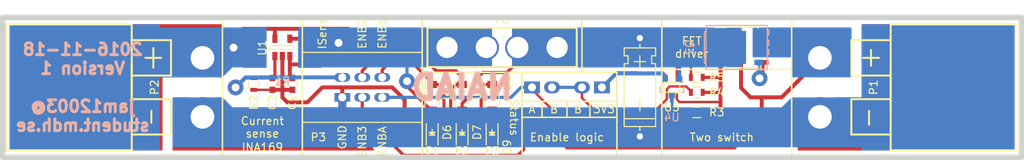
<source format=kicad_pcb>
(kicad_pcb (version 4) (host pcbnew 4.0.4+e1-6308~48~ubuntu16.04.1-stable)

  (general
    (links 56)
    (no_connects 0)
    (area 35.209999 46.015 165.450001 68.930001)
    (thickness 1.6)
    (drawings 42)
    (tracks 188)
    (zones 0)
    (modules 25)
    (nets 15)
  )

  (page A4)
  (layers
    (0 F.Cu signal)
    (31 B.Cu signal)
    (32 B.Adhes user)
    (33 F.Adhes user)
    (34 B.Paste user)
    (35 F.Paste user)
    (36 B.SilkS user)
    (37 F.SilkS user)
    (38 B.Mask user)
    (39 F.Mask user)
    (40 Dwgs.User user)
    (41 Cmts.User user)
    (42 Eco1.User user)
    (43 Eco2.User user)
    (44 Edge.Cuts user)
    (45 Margin user)
    (46 B.CrtYd user)
    (47 F.CrtYd user)
    (48 B.Fab user)
    (49 F.Fab user)
  )

  (setup
    (last_trace_width 1)
    (user_trace_width 0.3)
    (user_trace_width 0.4)
    (user_trace_width 0.5)
    (user_trace_width 0.6)
    (user_trace_width 1)
    (user_trace_width 2)
    (user_trace_width 3)
    (user_trace_width 4)
    (trace_clearance 0.2)
    (zone_clearance 0.508)
    (zone_45_only no)
    (trace_min 0.2)
    (segment_width 0.2)
    (edge_width 0.7)
    (via_size 2)
    (via_drill 1.4)
    (via_min_size 0.4)
    (via_min_drill 0.3)
    (uvia_size 0.3)
    (uvia_drill 0.1)
    (uvias_allowed no)
    (uvia_min_size 0.2)
    (uvia_min_drill 0.1)
    (pcb_text_width 0.3)
    (pcb_text_size 1.5 1.5)
    (mod_edge_width 0.15)
    (mod_text_size 1 1)
    (mod_text_width 0.15)
    (pad_size 1.5 2)
    (pad_drill 1.016)
    (pad_to_mask_clearance 0.2)
    (aux_axis_origin 0 0)
    (visible_elements 7FFFFFFF)
    (pcbplotparams
      (layerselection 0x01000_80000001)
      (usegerberextensions false)
      (excludeedgelayer true)
      (linewidth 0.100000)
      (plotframeref false)
      (viasonmask false)
      (mode 1)
      (useauxorigin false)
      (hpglpennumber 1)
      (hpglpenspeed 20)
      (hpglpendiameter 15)
      (hpglpenoverlay 2)
      (psnegative false)
      (psa4output false)
      (plotreference true)
      (plotvalue true)
      (plotinvisibletext false)
      (padsonsilk false)
      (subtractmaskfromsilk false)
      (outputformat 1)
      (mirror false)
      (drillshape 0)
      (scaleselection 1)
      (outputdirectory /media/mdh/KINGSTON/))
  )

  (net 0 "")
  (net 1 /channel/in+)
  (net 2 /channel/GND)
  (net 3 /channel/current_sensor/sense)
  (net 4 /channel/kill_sw/in+)
  (net 5 /channel/fuse/enabled1_3.3v)
  (net 6 /channel/fuse/enabled2_3.3v)
  (net 7 /channel/kill_sw/enabled2_3.3v)
  (net 8 /channel/fuse/in+)
  (net 9 /channel/out+)
  (net 10 "Net-(Q2-Pad4)")
  (net 11 /channel/kill_sw/enable)
  (net 12 "Net-(P4-Pad2)")
  (net 13 "Net-(P4-Pad1)")
  (net 14 "Net-(R5-Pad1)")

  (net_class Default "This is the default net class."
    (clearance 0.2)
    (trace_width 0.25)
    (via_dia 2)
    (via_drill 1.4)
    (uvia_dia 0.3)
    (uvia_drill 0.1)
    (add_net /channel/GND)
    (add_net /channel/current_sensor/sense)
    (add_net /channel/fuse/enabled1_3.3v)
    (add_net /channel/fuse/enabled2_3.3v)
    (add_net /channel/fuse/in+)
    (add_net /channel/in+)
    (add_net /channel/kill_sw/enable)
    (add_net /channel/kill_sw/enabled2_3.3v)
    (add_net /channel/kill_sw/in+)
    (add_net /channel/out+)
    (add_net "Net-(P4-Pad1)")
    (add_net "Net-(P4-Pad2)")
    (add_net "Net-(Q2-Pad4)")
    (add_net "Net-(R5-Pad1)")
  )

  (module KiCad-Dev:XT60_Horizontal1 (layer F.Cu) (tedit 582EFA0C) (tstamp 582EF960)
    (at 157.48 59.69 90)
    (tags "XT60 conn")
    (path /581FE101/5820B578)
    (fp_text reference P1 (at 0 -11.176 90) (layer F.SilkS)
      (effects (font (size 1 1) (thickness 0.15)))
    )
    (fp_text value CONN_XT60 (at 0.06 -5 90) (layer F.Fab)
      (effects (font (size 1 1) (thickness 0.15)))
    )
    (fp_line (start 3.75 -12.5) (end 3.75 -10.5) (layer F.SilkS) (width 0.254))
    (fp_line (start -4.75 -11.75) (end -3 -11.75) (layer F.SilkS) (width 0.254))
    (fp_line (start 2.75 -11.5) (end 4.75 -11.5) (layer F.SilkS) (width 0.254))
    (fp_line (start 6 -14) (end 6 -9) (layer F.SilkS) (width 0.254))
    (fp_line (start 1.5 -14) (end 6 -14) (layer F.SilkS) (width 0.254))
    (fp_line (start 1.5 -9) (end 1.5 -14) (layer F.SilkS) (width 0.254))
    (fp_line (start -3 -9) (end 2 -9) (layer F.SilkS) (width 0.254))
    (fp_line (start -1.5 -14) (end -1.5 -9) (layer F.SilkS) (width 0.254))
    (fp_line (start -6 -14) (end -1.5 -14) (layer F.SilkS) (width 0.254))
    (fp_line (start -6 -9) (end -6 -14) (layer F.SilkS) (width 0.254))
    (fp_line (start -8 -9) (end 8 -9) (layer F.SilkS) (width 0.254))
    (fp_line (start -8 7) (end 8 7) (layer F.SilkS) (width 0.254))
    (fp_line (start -8 -9) (end -8 7) (layer F.SilkS) (width 0.254))
    (fp_line (start 8 -9) (end 8 7) (layer F.SilkS) (width 0.254))
    (pad 2 thru_hole circle (at 3.75 -18 90) (size 5 5) (drill 3) (layers *.Cu *.Mask)
      (net 9 /channel/out+))
    (pad 1 thru_hole circle (at -3.75 -18 90) (size 5 5) (drill 3) (layers *.Cu *.Mask)
      (net 2 /channel/GND))
  )

  (module KiCad-Dev:C_Axial_D5_Custom (layer F.Cu) (tedit 582F0C36) (tstamp 582F0B0E)
    (at 116.586 50.675 270)
    (descr "Axial Electrolytic Capacitor Diameter 5mm x Length 11mm, Pitch 18mm")
    (tags "Electrolytic Capacitor")
    (path /581FE101/581FE98D/5825B68F)
    (fp_text reference C3 (at 9.015 0 360) (layer F.SilkS) hide
      (effects (font (size 1 1) (thickness 0.15)))
    )
    (fp_text value CP (at 9 3.8 270) (layer F.Fab)
      (effects (font (size 1 1) (thickness 0.15)))
    )
    (fp_line (start 6 2) (end 14 2) (layer F.SilkS) (width 0.15))
    (fp_line (start 5 2) (end 4 2) (layer F.SilkS) (width 0.15))
    (fp_line (start 5 -2) (end 4 -2) (layer F.SilkS) (width 0.15))
    (fp_line (start 14 -2) (end 6 -2) (layer F.SilkS) (width 0.15))
    (fp_line (start 14 2) (end 14 -2) (layer F.SilkS) (width 0.15))
    (fp_line (start 13 -2) (end 13 2) (layer F.SilkS) (width 0.15))
    (fp_line (start 4 2) (end 4 -2) (layer F.SilkS) (width 0.15))
    (fp_line (start 6 2) (end 6 1.5) (layer F.SilkS) (width 0.15))
    (fp_line (start 6 1.5) (end 5 1.5) (layer F.SilkS) (width 0.15))
    (fp_line (start 5 1.5) (end 5 2) (layer F.SilkS) (width 0.15))
    (fp_line (start 5 -2) (end 5 -1.5) (layer F.SilkS) (width 0.15))
    (fp_line (start 5 -1.5) (end 6 -1.5) (layer F.SilkS) (width 0.15))
    (fp_line (start 6 -1.5) (end 6 -2) (layer F.SilkS) (width 0.15))
    (fp_line (start 14.5 0) (end 14 0) (layer F.SilkS) (width 0.15))
    (fp_line (start 4 0) (end 3.5 0) (layer F.SilkS) (width 0.15))
    (fp_line (start 10.5 0) (end 12 0) (layer F.SilkS) (width 0.15))
    (fp_line (start 5 0) (end 6.5 0) (layer F.SilkS) (width 0.15))
    (fp_line (start 5.75 0.75) (end 5.75 -0.75) (layer F.SilkS) (width 0.15))
    (pad 1 thru_hole rect (at 2.75 0 270) (size 1.3 1.3) (drill 0.8) (layers *.Cu *.Mask)
      (net 4 /channel/kill_sw/in+))
    (pad 2 thru_hole circle (at 15.25 0 270) (size 1.3 1.3) (drill 0.8) (layers *.Cu *.Mask)
      (net 2 /channel/GND))
    (model Capacitors_ThroughHole.3dshapes/C_Axial_D5_L11_P18.wrl
      (at (xyz 0.354331 0 0))
      (scale (xyz 1 1 1))
      (rotate (xyz 0 0 180))
    )
  )

  (module Pin_Headers:Pin_Header_Straight_1x02 (layer F.Cu) (tedit 582F1B12) (tstamp 582AD2D7)
    (at 111.76 59.69 270)
    (descr "Through hole pin header")
    (tags "pin header")
    (path /581FE101/581FE98D/582AD5E4)
    (fp_text reference P4 (at 5.715 1.27 360) (layer F.SilkS) hide
      (effects (font (size 1 1) (thickness 0.15)))
    )
    (fp_text value CONN_01X02 (at 0 -3.1 270) (layer F.Fab)
      (effects (font (size 1 1) (thickness 0.15)))
    )
    (fp_line (start -1.75 -1.75) (end -1.75 4.3) (layer F.CrtYd) (width 0.05))
    (fp_line (start 1.75 -1.75) (end 1.75 4.3) (layer F.CrtYd) (width 0.05))
    (fp_line (start -1.75 -1.75) (end 1.75 -1.75) (layer F.CrtYd) (width 0.05))
    (fp_line (start -1.75 4.3) (end 1.75 4.3) (layer F.CrtYd) (width 0.05))
    (pad 1 thru_hole rect (at 0 0 270) (size 1.5 2) (drill 1.016) (layers *.Cu *.Mask)
      (net 13 "Net-(P4-Pad1)"))
    (pad 2 thru_hole oval (at 0 2.54 270) (size 1.5 2) (drill 1.016) (layers *.Cu *.Mask)
      (net 12 "Net-(P4-Pad2)"))
    (model Pin_Headers.3dshapes/Pin_Header_Straight_1x02.wrl
      (at (xyz 0 -0.05 0))
      (scale (xyz 1 1 1))
      (rotate (xyz 0 0 90))
    )
  )

  (module Pin_Headers:Pin_Header_Straight_1x02 (layer F.Cu) (tedit 582F1B14) (tstamp 582ACD55)
    (at 102.87 59.69 90)
    (descr "Through hole pin header")
    (tags "pin header")
    (path /581FE101/581FE98D/582ADB70)
    (fp_text reference P5 (at -5.08 1.27 180) (layer F.SilkS) hide
      (effects (font (size 1 1) (thickness 0.15)))
    )
    (fp_text value CONN_01X02 (at 0 -3.1 90) (layer F.Fab)
      (effects (font (size 1 1) (thickness 0.15)))
    )
    (fp_line (start -1.75 -1.75) (end -1.75 4.3) (layer F.CrtYd) (width 0.05))
    (fp_line (start 1.75 -1.75) (end 1.75 4.3) (layer F.CrtYd) (width 0.05))
    (fp_line (start -1.75 -1.75) (end 1.75 -1.75) (layer F.CrtYd) (width 0.05))
    (fp_line (start -1.75 4.3) (end 1.75 4.3) (layer F.CrtYd) (width 0.05))
    (pad 1 thru_hole rect (at 0 0 90) (size 1.5 2) (drill 1.016) (layers *.Cu *.Mask)
      (net 11 /channel/kill_sw/enable))
    (pad 2 thru_hole oval (at 0 2.54 90) (size 1.5 2) (drill 1.016) (layers *.Cu *.Mask)
      (net 12 "Net-(P4-Pad2)"))
    (model Pin_Headers.3dshapes/Pin_Header_Straight_1x02.wrl
      (at (xyz 0 -0.05 0))
      (scale (xyz 1 1 1))
      (rotate (xyz 0 0 90))
    )
  )

  (module Housings_SOIC:SOIC-8_3.9x4.9mm_Pitch1.27mm (layer F.Cu) (tedit 582F0C17) (tstamp 581F543B)
    (at 129.54 54.61)
    (descr "8-Lead Plastic Small Outline (SN) - Narrow, 3.90 mm Body [SOIC] (see Microchip Packaging Specification 00000049BS.pdf)")
    (tags "SOIC 1.27")
    (path /581FE101/581FE98D/581F4598)
    (attr smd)
    (fp_text reference U7 (at 0 3.81) (layer F.SilkS) hide
      (effects (font (size 1 1) (thickness 0.15)))
    )
    (fp_text value MIC5014 (at 0 3.5) (layer F.Fab)
      (effects (font (size 1 1) (thickness 0.15)))
    )
    (fp_line (start -0.95 -2.45) (end 1.95 -2.45) (layer F.Fab) (width 0.15))
    (fp_line (start 1.95 -2.45) (end 1.95 2.45) (layer F.Fab) (width 0.15))
    (fp_line (start 1.95 2.45) (end -1.95 2.45) (layer F.Fab) (width 0.15))
    (fp_line (start -1.95 2.45) (end -1.95 -1.45) (layer F.Fab) (width 0.15))
    (fp_line (start -1.95 -1.45) (end -0.95 -2.45) (layer F.Fab) (width 0.15))
    (fp_line (start -3.75 -2.75) (end -3.75 2.75) (layer F.CrtYd) (width 0.05))
    (fp_line (start 3.75 -2.75) (end 3.75 2.75) (layer F.CrtYd) (width 0.05))
    (fp_line (start -3.75 -2.75) (end 3.75 -2.75) (layer F.CrtYd) (width 0.05))
    (fp_line (start -3.75 2.75) (end 3.75 2.75) (layer F.CrtYd) (width 0.05))
    (fp_line (start -2.075 -2.575) (end -2.075 -2.525) (layer F.SilkS) (width 0.15))
    (fp_line (start 2.075 -2.575) (end 2.075 -2.43) (layer F.SilkS) (width 0.15))
    (fp_line (start 2.075 2.575) (end 2.075 2.43) (layer F.SilkS) (width 0.15))
    (fp_line (start -2.075 2.575) (end -2.075 2.43) (layer F.SilkS) (width 0.15))
    (fp_line (start -2.075 -2.575) (end 2.075 -2.575) (layer F.SilkS) (width 0.15))
    (fp_line (start -2.075 2.575) (end 2.075 2.575) (layer F.SilkS) (width 0.15))
    (fp_line (start -2.075 -2.525) (end -3.475 -2.525) (layer F.SilkS) (width 0.15))
    (pad 1 smd rect (at -2.7 -1.905) (size 1.55 0.6) (layers F.Cu F.Paste F.Mask)
      (net 4 /channel/kill_sw/in+))
    (pad 2 smd rect (at -2.7 -0.635) (size 1.55 0.6) (layers F.Cu F.Paste F.Mask)
      (net 14 "Net-(R5-Pad1)"))
    (pad 3 smd rect (at -2.7 0.635) (size 1.55 0.6) (layers F.Cu F.Paste F.Mask)
      (net 9 /channel/out+))
    (pad 4 smd rect (at -2.7 1.905) (size 1.55 0.6) (layers F.Cu F.Paste F.Mask)
      (net 2 /channel/GND))
    (pad 5 smd rect (at 2.7 1.905) (size 1.55 0.6) (layers F.Cu F.Paste F.Mask)
      (net 10 "Net-(Q2-Pad4)"))
    (pad 6 smd rect (at 2.7 0.635) (size 1.55 0.6) (layers F.Cu F.Paste F.Mask))
    (pad 7 smd rect (at 2.7 -0.635) (size 1.55 0.6) (layers F.Cu F.Paste F.Mask))
    (pad 8 smd rect (at 2.7 -1.905) (size 1.55 0.6) (layers F.Cu F.Paste F.Mask))
    (model Housings_SOIC.3dshapes/SOIC-8_3.9x4.9mm_Pitch1.27mm.wrl
      (at (xyz 0 0 0))
      (scale (xyz 1 1 1))
      (rotate (xyz 0 0 0))
    )
  )

  (module LEDs:LED_0805 (layer F.Cu) (tedit 55BDE1C2) (tstamp 581F53AE)
    (at 97.79 65.405 90)
    (descr "LED 0805 smd package")
    (tags "LED 0805 SMD")
    (path /581FE101/581FE98D/581F591A)
    (attr smd)
    (fp_text reference D9 (at -1.905 1.905 90) (layer F.SilkS)
      (effects (font (size 1 1) (thickness 0.15)))
    )
    (fp_text value LED (at 0 1.75 90) (layer F.Fab)
      (effects (font (size 1 1) (thickness 0.15)))
    )
    (fp_line (start -0.4 -0.3) (end -0.4 0.3) (layer F.Fab) (width 0.15))
    (fp_line (start -0.3 0) (end 0 -0.3) (layer F.Fab) (width 0.15))
    (fp_line (start 0 0.3) (end -0.3 0) (layer F.Fab) (width 0.15))
    (fp_line (start 0 -0.3) (end 0 0.3) (layer F.Fab) (width 0.15))
    (fp_line (start 1 -0.6) (end -1 -0.6) (layer F.Fab) (width 0.15))
    (fp_line (start 1 0.6) (end 1 -0.6) (layer F.Fab) (width 0.15))
    (fp_line (start -1 0.6) (end 1 0.6) (layer F.Fab) (width 0.15))
    (fp_line (start -1 -0.6) (end -1 0.6) (layer F.Fab) (width 0.15))
    (fp_line (start -1.6 0.75) (end 1.1 0.75) (layer F.SilkS) (width 0.15))
    (fp_line (start -1.6 -0.75) (end 1.1 -0.75) (layer F.SilkS) (width 0.15))
    (fp_line (start -0.1 0.15) (end -0.1 -0.1) (layer F.SilkS) (width 0.15))
    (fp_line (start -0.1 -0.1) (end -0.25 0.05) (layer F.SilkS) (width 0.15))
    (fp_line (start -0.35 -0.35) (end -0.35 0.35) (layer F.SilkS) (width 0.15))
    (fp_line (start 0 0) (end 0.35 0) (layer F.SilkS) (width 0.15))
    (fp_line (start -0.35 0) (end 0 -0.35) (layer F.SilkS) (width 0.15))
    (fp_line (start 0 -0.35) (end 0 0.35) (layer F.SilkS) (width 0.15))
    (fp_line (start 0 0.35) (end -0.35 0) (layer F.SilkS) (width 0.15))
    (fp_line (start 1.9 -0.95) (end 1.9 0.95) (layer F.CrtYd) (width 0.05))
    (fp_line (start 1.9 0.95) (end -1.9 0.95) (layer F.CrtYd) (width 0.05))
    (fp_line (start -1.9 0.95) (end -1.9 -0.95) (layer F.CrtYd) (width 0.05))
    (fp_line (start -1.9 -0.95) (end 1.9 -0.95) (layer F.CrtYd) (width 0.05))
    (pad 2 smd rect (at 1.04902 0 270) (size 1.19888 1.19888) (layers F.Cu F.Paste F.Mask)
      (net 7 /channel/kill_sw/enabled2_3.3v))
    (pad 1 smd rect (at -1.04902 0 270) (size 1.19888 1.19888) (layers F.Cu F.Paste F.Mask)
      (net 2 /channel/GND))
    (model LEDs.3dshapes/LED_0805.wrl
      (at (xyz 0 0 0))
      (scale (xyz 1 1 1))
      (rotate (xyz 0 0 0))
    )
  )

  (module Diodes_SMD:SOD-123 (layer F.Cu) (tedit 5753A53E) (tstamp 581F5441)
    (at 97.79 60.96 270)
    (descr SOD-123)
    (tags SOD-123)
    (path /581FE101/581FE98D/581F58D3)
    (attr smd)
    (fp_text reference U8 (at -1.905 -1.905 270) (layer F.SilkS)
      (effects (font (size 1 1) (thickness 0.15)))
    )
    (fp_text value NSI45020AT1G (at 0 2.1 270) (layer F.Fab)
      (effects (font (size 1 1) (thickness 0.15)))
    )
    (fp_line (start 0.25 0) (end 0.75 0) (layer F.Fab) (width 0.15))
    (fp_line (start 0.25 0.4) (end -0.35 0) (layer F.Fab) (width 0.15))
    (fp_line (start 0.25 -0.4) (end 0.25 0.4) (layer F.Fab) (width 0.15))
    (fp_line (start -0.35 0) (end 0.25 -0.4) (layer F.Fab) (width 0.15))
    (fp_line (start -0.35 0) (end -0.35 0.55) (layer F.Fab) (width 0.15))
    (fp_line (start -0.35 0) (end -0.35 -0.55) (layer F.Fab) (width 0.15))
    (fp_line (start -0.75 0) (end -0.35 0) (layer F.Fab) (width 0.15))
    (fp_line (start -1.35 0.8) (end -1.35 -0.8) (layer F.Fab) (width 0.15))
    (fp_line (start 1.35 0.8) (end -1.35 0.8) (layer F.Fab) (width 0.15))
    (fp_line (start 1.35 -0.8) (end 1.35 0.8) (layer F.Fab) (width 0.15))
    (fp_line (start -1.35 -0.8) (end 1.35 -0.8) (layer F.Fab) (width 0.15))
    (fp_line (start -2.25 -1.05) (end 2.25 -1.05) (layer F.CrtYd) (width 0.05))
    (fp_line (start 2.25 -1.05) (end 2.25 1.05) (layer F.CrtYd) (width 0.05))
    (fp_line (start 2.25 1.05) (end -2.25 1.05) (layer F.CrtYd) (width 0.05))
    (fp_line (start -2.25 -1.05) (end -2.25 1.05) (layer F.CrtYd) (width 0.05))
    (fp_line (start -2 0.9) (end 1 0.9) (layer F.SilkS) (width 0.15))
    (fp_line (start -2 -0.9) (end 1 -0.9) (layer F.SilkS) (width 0.15))
    (pad 1 smd rect (at -1.635 0 270) (size 0.91 1.22) (layers F.Cu F.Paste F.Mask)
      (net 7 /channel/kill_sw/enabled2_3.3v))
    (pad 2 smd rect (at 1.635 0 270) (size 0.91 1.22) (layers F.Cu F.Paste F.Mask)
      (net 9 /channel/out+))
    (model ${KISYS3DMOD}/Diodes_SMD.3dshapes/SOD-123.wrl
      (at (xyz 0 0 0))
      (scale (xyz 1 1 1))
      (rotate (xyz 0 0 0))
    )
  )

  (module Diodes_SMD:SOD-123 (layer F.Cu) (tedit 5753A53E) (tstamp 581F5419)
    (at 93.98 60.96 270)
    (descr SOD-123)
    (tags SOD-123)
    (path /581FE101/581FE96C/581F336B)
    (attr smd)
    (fp_text reference U3 (at -0.635 -1.905 270) (layer F.SilkS)
      (effects (font (size 1 1) (thickness 0.15)))
    )
    (fp_text value NSI45020AT1G (at 0 2.1 270) (layer F.Fab)
      (effects (font (size 1 1) (thickness 0.15)))
    )
    (fp_line (start 0.25 0) (end 0.75 0) (layer F.Fab) (width 0.15))
    (fp_line (start 0.25 0.4) (end -0.35 0) (layer F.Fab) (width 0.15))
    (fp_line (start 0.25 -0.4) (end 0.25 0.4) (layer F.Fab) (width 0.15))
    (fp_line (start -0.35 0) (end 0.25 -0.4) (layer F.Fab) (width 0.15))
    (fp_line (start -0.35 0) (end -0.35 0.55) (layer F.Fab) (width 0.15))
    (fp_line (start -0.35 0) (end -0.35 -0.55) (layer F.Fab) (width 0.15))
    (fp_line (start -0.75 0) (end -0.35 0) (layer F.Fab) (width 0.15))
    (fp_line (start -1.35 0.8) (end -1.35 -0.8) (layer F.Fab) (width 0.15))
    (fp_line (start 1.35 0.8) (end -1.35 0.8) (layer F.Fab) (width 0.15))
    (fp_line (start 1.35 -0.8) (end 1.35 0.8) (layer F.Fab) (width 0.15))
    (fp_line (start -1.35 -0.8) (end 1.35 -0.8) (layer F.Fab) (width 0.15))
    (fp_line (start -2.25 -1.05) (end 2.25 -1.05) (layer F.CrtYd) (width 0.05))
    (fp_line (start 2.25 -1.05) (end 2.25 1.05) (layer F.CrtYd) (width 0.05))
    (fp_line (start 2.25 1.05) (end -2.25 1.05) (layer F.CrtYd) (width 0.05))
    (fp_line (start -2.25 -1.05) (end -2.25 1.05) (layer F.CrtYd) (width 0.05))
    (fp_line (start -2 0.9) (end 1 0.9) (layer F.SilkS) (width 0.15))
    (fp_line (start -2 -0.9) (end 1 -0.9) (layer F.SilkS) (width 0.15))
    (pad 1 smd rect (at -1.635 0 270) (size 0.91 1.22) (layers F.Cu F.Paste F.Mask)
      (net 6 /channel/fuse/enabled2_3.3v))
    (pad 2 smd rect (at 1.635 0 270) (size 0.91 1.22) (layers F.Cu F.Paste F.Mask)
      (net 4 /channel/kill_sw/in+))
    (model ${KISYS3DMOD}/Diodes_SMD.3dshapes/SOD-123.wrl
      (at (xyz 0 0 0))
      (scale (xyz 1 1 1))
      (rotate (xyz 0 0 0))
    )
  )

  (module LEDs:LED_0805 (layer F.Cu) (tedit 55BDE1C2) (tstamp 581F539C)
    (at 90.17 65.405 90)
    (descr "LED 0805 smd package")
    (tags "LED 0805 SMD")
    (path /581FE101/581FE96C/581F2A47)
    (attr smd)
    (fp_text reference D6 (at 0 1.905 90) (layer F.SilkS)
      (effects (font (size 1 1) (thickness 0.15)))
    )
    (fp_text value LED (at 0 1.75 90) (layer F.Fab)
      (effects (font (size 1 1) (thickness 0.15)))
    )
    (fp_line (start -0.4 -0.3) (end -0.4 0.3) (layer F.Fab) (width 0.15))
    (fp_line (start -0.3 0) (end 0 -0.3) (layer F.Fab) (width 0.15))
    (fp_line (start 0 0.3) (end -0.3 0) (layer F.Fab) (width 0.15))
    (fp_line (start 0 -0.3) (end 0 0.3) (layer F.Fab) (width 0.15))
    (fp_line (start 1 -0.6) (end -1 -0.6) (layer F.Fab) (width 0.15))
    (fp_line (start 1 0.6) (end 1 -0.6) (layer F.Fab) (width 0.15))
    (fp_line (start -1 0.6) (end 1 0.6) (layer F.Fab) (width 0.15))
    (fp_line (start -1 -0.6) (end -1 0.6) (layer F.Fab) (width 0.15))
    (fp_line (start -1.6 0.75) (end 1.1 0.75) (layer F.SilkS) (width 0.15))
    (fp_line (start -1.6 -0.75) (end 1.1 -0.75) (layer F.SilkS) (width 0.15))
    (fp_line (start -0.1 0.15) (end -0.1 -0.1) (layer F.SilkS) (width 0.15))
    (fp_line (start -0.1 -0.1) (end -0.25 0.05) (layer F.SilkS) (width 0.15))
    (fp_line (start -0.35 -0.35) (end -0.35 0.35) (layer F.SilkS) (width 0.15))
    (fp_line (start 0 0) (end 0.35 0) (layer F.SilkS) (width 0.15))
    (fp_line (start -0.35 0) (end 0 -0.35) (layer F.SilkS) (width 0.15))
    (fp_line (start 0 -0.35) (end 0 0.35) (layer F.SilkS) (width 0.15))
    (fp_line (start 0 0.35) (end -0.35 0) (layer F.SilkS) (width 0.15))
    (fp_line (start 1.9 -0.95) (end 1.9 0.95) (layer F.CrtYd) (width 0.05))
    (fp_line (start 1.9 0.95) (end -1.9 0.95) (layer F.CrtYd) (width 0.05))
    (fp_line (start -1.9 0.95) (end -1.9 -0.95) (layer F.CrtYd) (width 0.05))
    (fp_line (start -1.9 -0.95) (end 1.9 -0.95) (layer F.CrtYd) (width 0.05))
    (pad 2 smd rect (at 1.04902 0 270) (size 1.19888 1.19888) (layers F.Cu F.Paste F.Mask)
      (net 5 /channel/fuse/enabled1_3.3v))
    (pad 1 smd rect (at -1.04902 0 270) (size 1.19888 1.19888) (layers F.Cu F.Paste F.Mask)
      (net 2 /channel/GND))
    (model LEDs.3dshapes/LED_0805.wrl
      (at (xyz 0 0 0))
      (scale (xyz 1 1 1))
      (rotate (xyz 0 0 0))
    )
  )

  (module LEDs:LED_0805 (layer F.Cu) (tedit 55BDE1C2) (tstamp 581F53A2)
    (at 93.98 65.405 90)
    (descr "LED 0805 smd package")
    (tags "LED 0805 SMD")
    (path /581FE101/581FE96C/581F2A80)
    (attr smd)
    (fp_text reference D7 (at 0 1.905 90) (layer F.SilkS)
      (effects (font (size 1 1) (thickness 0.15)))
    )
    (fp_text value LED (at 0 1.75 90) (layer F.Fab)
      (effects (font (size 1 1) (thickness 0.15)))
    )
    (fp_line (start -0.4 -0.3) (end -0.4 0.3) (layer F.Fab) (width 0.15))
    (fp_line (start -0.3 0) (end 0 -0.3) (layer F.Fab) (width 0.15))
    (fp_line (start 0 0.3) (end -0.3 0) (layer F.Fab) (width 0.15))
    (fp_line (start 0 -0.3) (end 0 0.3) (layer F.Fab) (width 0.15))
    (fp_line (start 1 -0.6) (end -1 -0.6) (layer F.Fab) (width 0.15))
    (fp_line (start 1 0.6) (end 1 -0.6) (layer F.Fab) (width 0.15))
    (fp_line (start -1 0.6) (end 1 0.6) (layer F.Fab) (width 0.15))
    (fp_line (start -1 -0.6) (end -1 0.6) (layer F.Fab) (width 0.15))
    (fp_line (start -1.6 0.75) (end 1.1 0.75) (layer F.SilkS) (width 0.15))
    (fp_line (start -1.6 -0.75) (end 1.1 -0.75) (layer F.SilkS) (width 0.15))
    (fp_line (start -0.1 0.15) (end -0.1 -0.1) (layer F.SilkS) (width 0.15))
    (fp_line (start -0.1 -0.1) (end -0.25 0.05) (layer F.SilkS) (width 0.15))
    (fp_line (start -0.35 -0.35) (end -0.35 0.35) (layer F.SilkS) (width 0.15))
    (fp_line (start 0 0) (end 0.35 0) (layer F.SilkS) (width 0.15))
    (fp_line (start -0.35 0) (end 0 -0.35) (layer F.SilkS) (width 0.15))
    (fp_line (start 0 -0.35) (end 0 0.35) (layer F.SilkS) (width 0.15))
    (fp_line (start 0 0.35) (end -0.35 0) (layer F.SilkS) (width 0.15))
    (fp_line (start 1.9 -0.95) (end 1.9 0.95) (layer F.CrtYd) (width 0.05))
    (fp_line (start 1.9 0.95) (end -1.9 0.95) (layer F.CrtYd) (width 0.05))
    (fp_line (start -1.9 0.95) (end -1.9 -0.95) (layer F.CrtYd) (width 0.05))
    (fp_line (start -1.9 -0.95) (end 1.9 -0.95) (layer F.CrtYd) (width 0.05))
    (pad 2 smd rect (at 1.04902 0 270) (size 1.19888 1.19888) (layers F.Cu F.Paste F.Mask)
      (net 6 /channel/fuse/enabled2_3.3v))
    (pad 1 smd rect (at -1.04902 0 270) (size 1.19888 1.19888) (layers F.Cu F.Paste F.Mask)
      (net 2 /channel/GND))
    (model LEDs.3dshapes/LED_0805.wrl
      (at (xyz 0 0 0))
      (scale (xyz 1 1 1))
      (rotate (xyz 0 0 0))
    )
  )

  (module TO_SOT_Packages_SMD:SOT-23-5 (layer F.Cu) (tedit 55360473) (tstamp 581F540D)
    (at 71.12 54.61 90)
    (descr "5-pin SOT23 package")
    (tags SOT-23-5)
    (path /581FE101/581FE959/581F380C)
    (attr smd)
    (fp_text reference U1 (at -0.05 -2.55 90) (layer F.SilkS)
      (effects (font (size 1 1) (thickness 0.15)))
    )
    (fp_text value INA169 (at -0.05 2.35 90) (layer F.Fab)
      (effects (font (size 1 1) (thickness 0.15)))
    )
    (fp_line (start -1.8 -1.6) (end 1.8 -1.6) (layer F.CrtYd) (width 0.05))
    (fp_line (start 1.8 -1.6) (end 1.8 1.6) (layer F.CrtYd) (width 0.05))
    (fp_line (start 1.8 1.6) (end -1.8 1.6) (layer F.CrtYd) (width 0.05))
    (fp_line (start -1.8 1.6) (end -1.8 -1.6) (layer F.CrtYd) (width 0.05))
    (fp_circle (center -0.3 -1.7) (end -0.2 -1.7) (layer F.SilkS) (width 0.15))
    (fp_line (start 0.25 -1.45) (end -0.25 -1.45) (layer F.SilkS) (width 0.15))
    (fp_line (start 0.25 1.45) (end 0.25 -1.45) (layer F.SilkS) (width 0.15))
    (fp_line (start -0.25 1.45) (end 0.25 1.45) (layer F.SilkS) (width 0.15))
    (fp_line (start -0.25 -1.45) (end -0.25 1.45) (layer F.SilkS) (width 0.15))
    (pad 1 smd rect (at -1.1 -0.95 90) (size 1.06 0.65) (layers F.Cu F.Paste F.Mask)
      (net 3 /channel/current_sensor/sense))
    (pad 2 smd rect (at -1.1 0 90) (size 1.06 0.65) (layers F.Cu F.Paste F.Mask)
      (net 2 /channel/GND))
    (pad 3 smd rect (at -1.1 0.95 90) (size 1.06 0.65) (layers F.Cu F.Paste F.Mask)
      (net 1 /channel/in+))
    (pad 4 smd rect (at 1.1 0.95 90) (size 1.06 0.65) (layers F.Cu F.Paste F.Mask)
      (net 8 /channel/fuse/in+))
    (pad 5 smd rect (at 1.1 -0.95 90) (size 1.06 0.65) (layers F.Cu F.Paste F.Mask)
      (net 1 /channel/in+))
    (model TO_SOT_Packages_SMD.3dshapes/SOT-23-5.wrl
      (at (xyz 0 0 0))
      (scale (xyz 1 1 1))
      (rotate (xyz 0 0 0))
    )
  )

  (module Diodes_SMD:SOD-123 (layer F.Cu) (tedit 5753A53E) (tstamp 581F5413)
    (at 90.17 60.96 270)
    (descr SOD-123)
    (tags SOD-123)
    (path /581FE101/581FE96C/581F329C)
    (attr smd)
    (fp_text reference U2 (at -0.635 -1.905 270) (layer F.SilkS)
      (effects (font (size 1 1) (thickness 0.15)))
    )
    (fp_text value NSI45020AT1G (at 0 2.1 270) (layer F.Fab)
      (effects (font (size 1 1) (thickness 0.15)))
    )
    (fp_line (start 0.25 0) (end 0.75 0) (layer F.Fab) (width 0.15))
    (fp_line (start 0.25 0.4) (end -0.35 0) (layer F.Fab) (width 0.15))
    (fp_line (start 0.25 -0.4) (end 0.25 0.4) (layer F.Fab) (width 0.15))
    (fp_line (start -0.35 0) (end 0.25 -0.4) (layer F.Fab) (width 0.15))
    (fp_line (start -0.35 0) (end -0.35 0.55) (layer F.Fab) (width 0.15))
    (fp_line (start -0.35 0) (end -0.35 -0.55) (layer F.Fab) (width 0.15))
    (fp_line (start -0.75 0) (end -0.35 0) (layer F.Fab) (width 0.15))
    (fp_line (start -1.35 0.8) (end -1.35 -0.8) (layer F.Fab) (width 0.15))
    (fp_line (start 1.35 0.8) (end -1.35 0.8) (layer F.Fab) (width 0.15))
    (fp_line (start 1.35 -0.8) (end 1.35 0.8) (layer F.Fab) (width 0.15))
    (fp_line (start -1.35 -0.8) (end 1.35 -0.8) (layer F.Fab) (width 0.15))
    (fp_line (start -2.25 -1.05) (end 2.25 -1.05) (layer F.CrtYd) (width 0.05))
    (fp_line (start 2.25 -1.05) (end 2.25 1.05) (layer F.CrtYd) (width 0.05))
    (fp_line (start 2.25 1.05) (end -2.25 1.05) (layer F.CrtYd) (width 0.05))
    (fp_line (start -2.25 -1.05) (end -2.25 1.05) (layer F.CrtYd) (width 0.05))
    (fp_line (start -2 0.9) (end 1 0.9) (layer F.SilkS) (width 0.15))
    (fp_line (start -2 -0.9) (end 1 -0.9) (layer F.SilkS) (width 0.15))
    (pad 1 smd rect (at -1.635 0 270) (size 0.91 1.22) (layers F.Cu F.Paste F.Mask)
      (net 5 /channel/fuse/enabled1_3.3v))
    (pad 2 smd rect (at 1.635 0 270) (size 0.91 1.22) (layers F.Cu F.Paste F.Mask)
      (net 8 /channel/fuse/in+))
    (model ${KISYS3DMOD}/Diodes_SMD.3dshapes/SOD-123.wrl
      (at (xyz 0 0 0))
      (scale (xyz 1 1 1))
      (rotate (xyz 0 0 0))
    )
  )

  (module TO_SOT_Packages_SMD:SOT-669_LFPAK (layer B.Cu) (tedit 54C6F638) (tstamp 58248B51)
    (at 128.89 54.61 270)
    (descr "LFPAK www.nxp.com/documents/leaflet/939775016838_LR.pdf")
    (tags "LFPAK SOT-669 Power-SO8")
    (path /581FE101/581FE98D/58248FB0)
    (attr smd)
    (fp_text reference Q2 (at 0 5.954 270) (layer B.SilkS)
      (effects (font (size 1 1) (thickness 0.15)) (justify mirror))
    )
    (fp_text value BUK9Y4R8-60E (at 0 -5.25 270) (layer B.Fab)
      (effects (font (size 1 1) (thickness 0.15)) (justify mirror))
    )
    (fp_line (start 2.95 4.25) (end 2.95 -4.25) (layer B.CrtYd) (width 0.05))
    (fp_line (start -2.95 -4.25) (end -2.95 4.25) (layer B.CrtYd) (width 0.05))
    (fp_line (start -2.95 -4.25) (end 2.95 -4.25) (layer B.CrtYd) (width 0.05))
    (fp_line (start -2.95 4.25) (end 2.95 4.25) (layer B.CrtYd) (width 0.05))
    (fp_line (start -2 3.9) (end -2 4.1) (layer B.SilkS) (width 0.15))
    (fp_line (start -2 4.1) (end 2 4.1) (layer B.SilkS) (width 0.15))
    (fp_line (start 2 4.1) (end 2 3.9) (layer B.SilkS) (width 0.15))
    (fp_line (start 1.6 -3.9) (end 1.6 -4.1) (layer B.SilkS) (width 0.15))
    (fp_line (start 1.6 -4.1) (end 2.2 -4.1) (layer B.SilkS) (width 0.15))
    (fp_line (start 2.2 -4.1) (end 2.2 -3.9) (layer B.SilkS) (width 0.15))
    (fp_line (start 0.3 -3.9) (end 0.3 -4.1) (layer B.SilkS) (width 0.15))
    (fp_line (start 0.3 -4.1) (end 0.9 -4.1) (layer B.SilkS) (width 0.15))
    (fp_line (start 0.9 -4.1) (end 0.9 -3.9) (layer B.SilkS) (width 0.15))
    (fp_line (start -0.9 -3.9) (end -0.9 -4.1) (layer B.SilkS) (width 0.15))
    (fp_line (start -0.9 -4.1) (end -0.3 -4.1) (layer B.SilkS) (width 0.15))
    (fp_line (start -0.3 -4.1) (end -0.3 -3.9) (layer B.SilkS) (width 0.15))
    (fp_line (start -2.2 -3.9) (end -2.2 -4.1) (layer B.SilkS) (width 0.15))
    (fp_line (start -2.2 -4.1) (end -1.6 -4.1) (layer B.SilkS) (width 0.15))
    (fp_line (start -1.6 -4.1) (end -1.6 -3.9) (layer B.SilkS) (width 0.15))
    (fp_line (start -2.8 3.9) (end 2.8 3.9) (layer B.SilkS) (width 0.15))
    (fp_line (start 2.8 3.9) (end 2.8 -3.9) (layer B.SilkS) (width 0.15))
    (fp_line (start 2.8 -3.9) (end -2.8 -3.9) (layer B.SilkS) (width 0.15))
    (fp_line (start -2.8 -3.9) (end -2.8 3.9) (layer B.SilkS) (width 0.15))
    (pad 7 smd rect (at -1.15 0.2 180) (size 0.6 0.9) (layers B.Paste))
    (pad 7 smd rect (at -1.15 -0.65 180) (size 0.6 0.9) (layers B.Paste))
    (pad 7 smd rect (at -1.15 1.05 180) (size 0.6 0.9) (layers B.Paste))
    (pad 7 smd rect (at 1.15 0.2 180) (size 0.6 0.9) (layers B.Paste))
    (pad 7 smd rect (at 1.15 -0.65 180) (size 0.6 0.9) (layers B.Paste))
    (pad 7 smd rect (at 1.15 1.05 180) (size 0.6 0.9) (layers B.Paste))
    (pad 7 smd rect (at 0 1.05 180) (size 0.6 0.9) (layers B.Paste))
    (pad 7 smd rect (at 0 -0.65 180) (size 0.6 0.9) (layers B.Paste))
    (pad 6 smd rect (at -1.875 2.9 270) (size 0.6 0.9) (layers B.Paste))
    (pad 6 smd rect (at 1.875 2.9 270) (size 0.6 0.9) (layers B.Paste))
    (pad 6 smd rect (at -0.6 2.9 270) (size 0.6 0.9) (layers B.Paste))
    (pad 2 smd rect (at -0.635 -2.825 270) (size 0.7 1.15) (layers B.Cu B.Paste B.Mask)
      (net 9 /channel/out+) (solder_mask_margin 0.075) (solder_paste_margin -0.05))
    (pad 1 smd rect (at -1.905 -2.825 270) (size 0.7 1.15) (layers B.Cu B.Paste B.Mask)
      (net 9 /channel/out+) (solder_mask_margin 0.075) (solder_paste_margin -0.05))
    (pad 3 smd rect (at 0.635 -2.825 270) (size 0.7 1.15) (layers B.Cu B.Paste B.Mask)
      (net 9 /channel/out+) (solder_mask_margin 0.075) (solder_paste_margin -0.05))
    (pad 5 smd rect (at 0 2.65 270) (size 4.7 1.55) (layers B.Cu B.Mask)
      (net 4 /channel/kill_sw/in+) (solder_mask_margin 0.075))
    (pad 5 smd rect (at 0 0.45 270) (size 4.2 3.3) (layers B.Cu B.Mask)
      (net 4 /channel/kill_sw/in+) (solder_mask_margin 0.075))
    (pad 4 smd rect (at 1.905 -2.825 270) (size 0.7 1.15) (layers B.Cu B.Paste B.Mask)
      (net 10 "Net-(Q2-Pad4)") (solder_mask_margin 0.075) (solder_paste_margin -0.05))
    (pad 6 smd rect (at 0.6 2.9 270) (size 0.6 0.9) (layers B.Paste))
    (pad 7 smd rect (at 0 0.2 180) (size 0.6 0.9) (layers B.Paste))
    (model TO_SOT_Packages_SMD.3dshapes/SOT-669_LFPAK.wrl
      (at (xyz 0 0 0))
      (scale (xyz 0.3937 0.3937 0.3937))
      (rotate (xyz 0 0 0))
    )
  )

  (module KiCad-Dev:SMD_1052_Metric (layer B.Cu) (tedit 582483FE) (tstamp 581F5731)
    (at 71.12 54.61 180)
    (path /581FE101/581FE959/581F3902)
    (fp_text reference R1 (at 0 -4.318 180) (layer B.SilkS)
      (effects (font (size 1 1) (thickness 0.15)) (justify mirror))
    )
    (fp_text value R (at -7.62 -1.27 180) (layer B.Fab)
      (effects (font (size 1 1) (thickness 0.15)) (justify mirror))
    )
    (fp_line (start -5.08 -2.54) (end -5.08 2.54) (layer Dwgs.User) (width 0.254))
    (fp_line (start 5 -2.54) (end -5 -2.54) (layer Dwgs.User) (width 0.254))
    (fp_line (start 5.08 2.54) (end 5.08 -2.54) (layer Dwgs.User) (width 0.254))
    (fp_line (start -5 2.54) (end 5 2.54) (layer Dwgs.User) (width 0.254))
    (pad 1 smd rect (at -3.5 0 180) (size 3 5.2) (layers B.Cu B.Paste B.Mask)
      (net 8 /channel/fuse/in+))
    (pad 2 smd rect (at 3.5 0 180) (size 3 5.2) (layers B.Cu B.Paste B.Mask)
      (net 1 /channel/in+))
  )

  (module Capacitors_SMD:C_0603 (layer F.Cu) (tedit 5415D631) (tstamp 58270820)
    (at 72.39 59.251086 270)
    (descr "Capacitor SMD 0603, reflow soldering, AVX (see smccp.pdf)")
    (tags "capacitor 0603")
    (path /581FE101/581FE959/581F3D4F)
    (attr smd)
    (fp_text reference C1 (at 2.343914 0 270) (layer F.SilkS)
      (effects (font (size 1 1) (thickness 0.15)))
    )
    (fp_text value C (at 0 1.9 270) (layer F.Fab)
      (effects (font (size 1 1) (thickness 0.15)))
    )
    (fp_line (start -0.8 0.4) (end -0.8 -0.4) (layer F.Fab) (width 0.15))
    (fp_line (start 0.8 0.4) (end -0.8 0.4) (layer F.Fab) (width 0.15))
    (fp_line (start 0.8 -0.4) (end 0.8 0.4) (layer F.Fab) (width 0.15))
    (fp_line (start -0.8 -0.4) (end 0.8 -0.4) (layer F.Fab) (width 0.15))
    (fp_line (start -1.45 -0.75) (end 1.45 -0.75) (layer F.CrtYd) (width 0.05))
    (fp_line (start -1.45 0.75) (end 1.45 0.75) (layer F.CrtYd) (width 0.05))
    (fp_line (start -1.45 -0.75) (end -1.45 0.75) (layer F.CrtYd) (width 0.05))
    (fp_line (start 1.45 -0.75) (end 1.45 0.75) (layer F.CrtYd) (width 0.05))
    (fp_line (start -0.35 -0.6) (end 0.35 -0.6) (layer F.SilkS) (width 0.15))
    (fp_line (start 0.35 0.6) (end -0.35 0.6) (layer F.SilkS) (width 0.15))
    (pad 1 smd rect (at -0.75 0 270) (size 0.8 0.75) (layers F.Cu F.Paste F.Mask)
      (net 1 /channel/in+))
    (pad 2 smd rect (at 0.75 0 270) (size 0.8 0.75) (layers F.Cu F.Paste F.Mask)
      (net 2 /channel/GND))
    (model Capacitors_SMD.3dshapes/C_0603.wrl
      (at (xyz 0 0 0))
      (scale (xyz 1 1 1))
      (rotate (xyz 0 0 0))
    )
  )

  (module Capacitors_SMD:C_0603 (layer F.Cu) (tedit 5415D631) (tstamp 58270825)
    (at 69.85 59.251086 270)
    (descr "Capacitor SMD 0603, reflow soldering, AVX (see smccp.pdf)")
    (tags "capacitor 0603")
    (path /581FE101/581FE959/581F3C78)
    (attr smd)
    (fp_text reference C2 (at 2.343914 0 270) (layer F.SilkS)
      (effects (font (size 1 1) (thickness 0.15)))
    )
    (fp_text value C (at 0 1.9 270) (layer F.Fab)
      (effects (font (size 1 1) (thickness 0.15)))
    )
    (fp_line (start -0.8 0.4) (end -0.8 -0.4) (layer F.Fab) (width 0.15))
    (fp_line (start 0.8 0.4) (end -0.8 0.4) (layer F.Fab) (width 0.15))
    (fp_line (start 0.8 -0.4) (end 0.8 0.4) (layer F.Fab) (width 0.15))
    (fp_line (start -0.8 -0.4) (end 0.8 -0.4) (layer F.Fab) (width 0.15))
    (fp_line (start -1.45 -0.75) (end 1.45 -0.75) (layer F.CrtYd) (width 0.05))
    (fp_line (start -1.45 0.75) (end 1.45 0.75) (layer F.CrtYd) (width 0.05))
    (fp_line (start -1.45 -0.75) (end -1.45 0.75) (layer F.CrtYd) (width 0.05))
    (fp_line (start 1.45 -0.75) (end 1.45 0.75) (layer F.CrtYd) (width 0.05))
    (fp_line (start -0.35 -0.6) (end 0.35 -0.6) (layer F.SilkS) (width 0.15))
    (fp_line (start 0.35 0.6) (end -0.35 0.6) (layer F.SilkS) (width 0.15))
    (pad 1 smd rect (at -0.75 0 270) (size 0.8 0.75) (layers F.Cu F.Paste F.Mask)
      (net 3 /channel/current_sensor/sense))
    (pad 2 smd rect (at 0.75 0 270) (size 0.8 0.75) (layers F.Cu F.Paste F.Mask)
      (net 2 /channel/GND))
    (model Capacitors_SMD.3dshapes/C_0603.wrl
      (at (xyz 0 0 0))
      (scale (xyz 1 1 1))
      (rotate (xyz 0 0 0))
    )
  )

  (module Resistors_SMD:R_0603 (layer F.Cu) (tedit 5415CC62) (tstamp 5827082A)
    (at 67.484392 59.251086 270)
    (descr "Resistor SMD 0603, reflow soldering, Vishay (see dcrcw.pdf)")
    (tags "resistor 0603")
    (path /581FE101/581FE959/581F39E8)
    (attr smd)
    (fp_text reference R2 (at 2.343914 -0.016108 270) (layer F.SilkS)
      (effects (font (size 1 1) (thickness 0.15)))
    )
    (fp_text value R (at 0 1.9 270) (layer F.Fab)
      (effects (font (size 1 1) (thickness 0.15)))
    )
    (fp_line (start -1.3 -0.8) (end 1.3 -0.8) (layer F.CrtYd) (width 0.05))
    (fp_line (start -1.3 0.8) (end 1.3 0.8) (layer F.CrtYd) (width 0.05))
    (fp_line (start -1.3 -0.8) (end -1.3 0.8) (layer F.CrtYd) (width 0.05))
    (fp_line (start 1.3 -0.8) (end 1.3 0.8) (layer F.CrtYd) (width 0.05))
    (fp_line (start 0.5 0.675) (end -0.5 0.675) (layer F.SilkS) (width 0.15))
    (fp_line (start -0.5 -0.675) (end 0.5 -0.675) (layer F.SilkS) (width 0.15))
    (pad 1 smd rect (at -0.75 0 270) (size 0.5 0.9) (layers F.Cu F.Paste F.Mask)
      (net 3 /channel/current_sensor/sense))
    (pad 2 smd rect (at 0.75 0 270) (size 0.5 0.9) (layers F.Cu F.Paste F.Mask)
      (net 2 /channel/GND))
    (model Resistors_SMD.3dshapes/R_0603.wrl
      (at (xyz 0 0 0))
      (scale (xyz 1 1 1))
      (rotate (xyz 0 0 0))
    )
  )

  (module TO_SOT_Packages_SMD:SOT-23 (layer B.Cu) (tedit 553634F8) (tstamp 582ACD6C)
    (at 120.65 59.69)
    (descr "SOT-23, Standard")
    (tags SOT-23)
    (path /581FE101/581FE98D/582AF2F2)
    (attr smd)
    (fp_text reference U4 (at 0 3.81) (layer B.SilkS)
      (effects (font (size 1 1) (thickness 0.15)) (justify mirror))
    )
    (fp_text value LM3480-3.3 (at 0 -2.3) (layer B.Fab)
      (effects (font (size 1 1) (thickness 0.15)) (justify mirror))
    )
    (fp_line (start -1.65 1.6) (end 1.65 1.6) (layer B.CrtYd) (width 0.05))
    (fp_line (start 1.65 1.6) (end 1.65 -1.6) (layer B.CrtYd) (width 0.05))
    (fp_line (start 1.65 -1.6) (end -1.65 -1.6) (layer B.CrtYd) (width 0.05))
    (fp_line (start -1.65 -1.6) (end -1.65 1.6) (layer B.CrtYd) (width 0.05))
    (fp_line (start 1.29916 0.65024) (end 1.2509 0.65024) (layer B.SilkS) (width 0.15))
    (fp_line (start -1.49982 -0.0508) (end -1.49982 0.65024) (layer B.SilkS) (width 0.15))
    (fp_line (start -1.49982 0.65024) (end -1.2509 0.65024) (layer B.SilkS) (width 0.15))
    (fp_line (start 1.29916 0.65024) (end 1.49982 0.65024) (layer B.SilkS) (width 0.15))
    (fp_line (start 1.49982 0.65024) (end 1.49982 -0.0508) (layer B.SilkS) (width 0.15))
    (pad 1 smd rect (at -0.95 -1.00076) (size 0.8001 0.8001) (layers B.Cu B.Paste B.Mask)
      (net 13 "Net-(P4-Pad1)"))
    (pad 2 smd rect (at 0.95 -1.00076) (size 0.8001 0.8001) (layers B.Cu B.Paste B.Mask)
      (net 4 /channel/kill_sw/in+))
    (pad 3 smd rect (at 0 0.99822) (size 0.8001 0.8001) (layers B.Cu B.Paste B.Mask)
      (net 2 /channel/GND))
    (model TO_SOT_Packages_SMD.3dshapes/SOT-23.wrl
      (at (xyz 0 0 0))
      (scale (xyz 1 1 1))
      (rotate (xyz 0 0 0))
    )
  )

  (module TO_SOT_Packages_SMD:SOT-353 (layer F.Cu) (tedit 0) (tstamp 582ACD75)
    (at 120.65 59.69 90)
    (descr SOT353)
    (path /581FE101/581FE98D/582ACE25)
    (attr smd)
    (fp_text reference U5 (at -2.54 0 180) (layer F.SilkS)
      (effects (font (size 1 1) (thickness 0.15)))
    )
    (fp_text value 74LVC1G08 (at 0.09906 0 180) (layer F.Fab)
      (effects (font (size 1 1) (thickness 0.15)))
    )
    (fp_line (start 0.635 1.016) (end 0.635 -1.016) (layer F.SilkS) (width 0.15))
    (fp_line (start 0.635 -1.016) (end -0.635 -1.016) (layer F.SilkS) (width 0.15))
    (fp_line (start -0.635 -1.016) (end -0.635 1.016) (layer F.SilkS) (width 0.15))
    (fp_line (start -0.635 1.016) (end 0.635 1.016) (layer F.SilkS) (width 0.15))
    (pad 1 smd rect (at -1.016 -0.635 90) (size 0.508 0.3048) (layers F.Cu F.Paste F.Mask)
      (net 12 "Net-(P4-Pad2)"))
    (pad 3 smd rect (at -1.016 0.635 90) (size 0.508 0.3048) (layers F.Cu F.Paste F.Mask)
      (net 2 /channel/GND))
    (pad 5 smd rect (at 1.016 -0.635 90) (size 0.508 0.3048) (layers F.Cu F.Paste F.Mask)
      (net 13 "Net-(P4-Pad1)"))
    (pad 2 smd rect (at -1.016 0 90) (size 0.508 0.3048) (layers F.Cu F.Paste F.Mask)
      (net 11 /channel/kill_sw/enable))
    (pad 4 smd rect (at 1.016 0.635 90) (size 0.508 0.3048) (layers F.Cu F.Paste F.Mask)
      (net 14 "Net-(R5-Pad1)"))
    (model TO_SOT_Packages_SMD.3dshapes/SOT-353.wrl
      (at (xyz 0 0 0))
      (scale (xyz 0.07000000000000001 0.09 0.08))
      (rotate (xyz 0 0 90))
    )
  )

  (module KiCad-Dev:Fuseholder_test (layer F.Cu) (tedit 582AD03C) (tstamp 581F53D4)
    (at 99.06 54.61)
    (descr "Fuseholder, 5x20, open, horizontal, Type-II, lateral,")
    (tags "Fuseholder, 5x20, open, horizontal, Type-II, lateral, Sicherungshalter, offen,")
    (path /581FE101/581FE96C/581F29E4)
    (fp_text reference F6 (at 0 -3.5) (layer F.SilkS)
      (effects (font (size 1 1) (thickness 0.15)))
    )
    (fp_text value FUSE (at -3 -3.5) (layer F.Fab)
      (effects (font (size 1 1) (thickness 0.15)))
    )
    (fp_line (start 9.5 2.5) (end -9.5 2.5) (layer F.SilkS) (width 0.254))
    (fp_line (start 9.5 -2.5) (end 9.5 2.5) (layer F.SilkS) (width 0.254))
    (fp_line (start -9.5 -2.5) (end 9.5 -2.5) (layer F.SilkS) (width 0.254))
    (fp_line (start -9.5 2.5) (end -9.5 -2.5) (layer F.SilkS) (width 0.254))
    (pad 1 thru_hole circle (at -7 0) (size 4 4) (drill 2.7) (layers *.Cu *.Mask)
      (net 8 /channel/fuse/in+))
    (pad 1 thru_hole circle (at -2 0) (size 3.2 3.2) (drill 2.7) (layers *.Cu *.Mask)
      (net 8 /channel/fuse/in+))
    (pad 2 thru_hole circle (at 2 0) (size 3.2 3.2) (drill 2.7) (layers *.Cu *.Mask)
      (net 4 /channel/kill_sw/in+))
    (pad 2 thru_hole circle (at 7 0) (size 4 4) (drill 2.7) (layers *.Cu *.Mask)
      (net 4 /channel/kill_sw/in+))
  )

  (module KiCad-Dev:Pin_Header_Straight_2x03_box (layer F.Cu) (tedit 58299BDD) (tstamp 582AD2CE)
    (at 81.28 59.69 90)
    (descr "Through hole pin header")
    (tags "pin header")
    (path /581FE101/581FE983)
    (fp_text reference P3 (at -6.35 -5.588 180) (layer F.SilkS)
      (effects (font (size 1 1) (thickness 0.15)))
    )
    (fp_text value CONN_02X03 (at 0 -8.89 90) (layer F.Fab)
      (effects (font (size 1 1) (thickness 0.15)))
    )
    (fp_line (start -4.445 7.62) (end 4.445 7.62) (layer F.SilkS) (width 0.15))
    (fp_line (start -4.445 -7.62) (end 4.445 -7.62) (layer F.SilkS) (width 0.15))
    (fp_line (start 4.445 7.62) (end 4.445 -7.62) (layer F.SilkS) (width 0.15))
    (fp_line (start -4.445 7.62) (end -4.445 -7.62) (layer F.SilkS) (width 0.15))
    (fp_line (start 4.445 7.62) (end 4.445 -7.62) (layer Dwgs.User) (width 0.15))
    (fp_line (start -4.445 7.62) (end -4.445 -7.62) (layer Dwgs.User) (width 0.15))
    (fp_line (start 4.445 -7.62) (end -4.445 -7.62) (layer Dwgs.User) (width 0.15))
    (fp_line (start 4.445 7.62) (end -4.445 7.62) (layer Dwgs.User) (width 0.15))
    (pad 1 thru_hole rect (at -1.27 -2.54 90) (size 1.1 2) (drill 1.016) (layers *.Cu *.Mask)
      (net 2 /channel/GND))
    (pad 2 thru_hole oval (at 1.27 -2.54 90) (size 1.1 2) (drill 1.016) (layers *.Cu *.Mask)
      (net 3 /channel/current_sensor/sense))
    (pad 3 thru_hole oval (at -1.27 0 90) (size 1.1 2) (drill 1.016) (layers *.Cu *.Mask)
      (net 7 /channel/kill_sw/enabled2_3.3v))
    (pad 4 thru_hole oval (at 1.27 0 90) (size 1.1 2) (drill 1.016) (layers *.Cu *.Mask)
      (net 6 /channel/fuse/enabled2_3.3v))
    (pad 5 thru_hole oval (at -1.27 2.54 90) (size 1.1 2) (drill 1.016) (layers *.Cu *.Mask)
      (net 11 /channel/kill_sw/enable))
    (pad 6 thru_hole oval (at 1.27 2.54 90) (size 1.1 2) (drill 1.016) (layers *.Cu *.Mask)
      (net 5 /channel/fuse/enabled1_3.3v))
  )

  (module Resistors_SMD:R_0603 (layer F.Cu) (tedit 582F19C6) (tstamp 582B5F79)
    (at 123.825 62.865)
    (descr "Resistor SMD 0603, reflow soldering, Vishay (see dcrcw.pdf)")
    (tags "resistor 0603")
    (path /581FE101/581FE98D/582B6025)
    (attr smd)
    (fp_text reference R3 (at 2.54 0) (layer F.SilkS)
      (effects (font (size 1 1) (thickness 0.15)))
    )
    (fp_text value R (at 0 1.9) (layer F.Fab)
      (effects (font (size 1 1) (thickness 0.15)))
    )
    (fp_line (start -1.3 -0.8) (end 1.3 -0.8) (layer F.CrtYd) (width 0.05))
    (fp_line (start -1.3 0.8) (end 1.3 0.8) (layer F.CrtYd) (width 0.05))
    (fp_line (start -1.3 -0.8) (end -1.3 0.8) (layer F.CrtYd) (width 0.05))
    (fp_line (start 1.3 -0.8) (end 1.3 0.8) (layer F.CrtYd) (width 0.05))
    (fp_line (start 0.5 0.675) (end -0.5 0.675) (layer F.SilkS) (width 0.15))
    (fp_line (start -0.5 -0.675) (end 0.5 -0.675) (layer F.SilkS) (width 0.15))
    (pad 1 smd rect (at -0.75 0) (size 0.5 0.9) (layers F.Cu F.Paste F.Mask)
      (net 11 /channel/kill_sw/enable))
    (pad 2 smd rect (at 0.75 0) (size 0.5 0.9) (layers F.Cu F.Paste F.Mask)
      (net 2 /channel/GND))
    (model Resistors_SMD.3dshapes/R_0603.wrl
      (at (xyz 0 0 0))
      (scale (xyz 1 1 1))
      (rotate (xyz 0 0 0))
    )
  )

  (module Resistors_SMD:R_0603 (layer F.Cu) (tedit 5415CC62) (tstamp 582B5F7F)
    (at 123.825 60.325)
    (descr "Resistor SMD 0603, reflow soldering, Vishay (see dcrcw.pdf)")
    (tags "resistor 0603")
    (path /581FE101/581FE98D/582B608A)
    (attr smd)
    (fp_text reference R4 (at 2.54 0) (layer F.SilkS)
      (effects (font (size 1 1) (thickness 0.15)))
    )
    (fp_text value R (at 0 1.9) (layer F.Fab)
      (effects (font (size 1 1) (thickness 0.15)))
    )
    (fp_line (start -1.3 -0.8) (end 1.3 -0.8) (layer F.CrtYd) (width 0.05))
    (fp_line (start -1.3 0.8) (end 1.3 0.8) (layer F.CrtYd) (width 0.05))
    (fp_line (start -1.3 -0.8) (end -1.3 0.8) (layer F.CrtYd) (width 0.05))
    (fp_line (start 1.3 -0.8) (end 1.3 0.8) (layer F.CrtYd) (width 0.05))
    (fp_line (start 0.5 0.675) (end -0.5 0.675) (layer F.SilkS) (width 0.15))
    (fp_line (start -0.5 -0.675) (end 0.5 -0.675) (layer F.SilkS) (width 0.15))
    (pad 1 smd rect (at -0.75 0) (size 0.5 0.9) (layers F.Cu F.Paste F.Mask)
      (net 12 "Net-(P4-Pad2)"))
    (pad 2 smd rect (at 0.75 0) (size 0.5 0.9) (layers F.Cu F.Paste F.Mask)
      (net 2 /channel/GND))
    (model Resistors_SMD.3dshapes/R_0603.wrl
      (at (xyz 0 0 0))
      (scale (xyz 1 1 1))
      (rotate (xyz 0 0 0))
    )
  )

  (module KiCad-Dev:XT60_Horizontal2 (layer F.Cu) (tedit 582EF9C1) (tstamp 582EF965)
    (at 42.96 59.69 270)
    (tags "XT60 conn")
    (path /581FE101/5820B780)
    (fp_text reference P2 (at 0 -11.904 270) (layer F.SilkS)
      (effects (font (size 1 1) (thickness 0.15)))
    )
    (fp_text value CONN_XT60 (at 0.06 -5 270) (layer F.Fab)
      (effects (font (size 1 1) (thickness 0.15)))
    )
    (fp_line (start -3.75 -12.75) (end -3.75 -10.75) (layer F.SilkS) (width 0.254))
    (fp_line (start -5 -11.75) (end -2.5 -11.75) (layer F.SilkS) (width 0.254))
    (fp_line (start 3 -11.5) (end 4.5 -11.5) (layer F.SilkS) (width 0.254))
    (fp_line (start 6 -14) (end 6 -9) (layer F.SilkS) (width 0.254))
    (fp_line (start 1.5 -14) (end 6 -14) (layer F.SilkS) (width 0.254))
    (fp_line (start 1.5 -9) (end 1.5 -14) (layer F.SilkS) (width 0.254))
    (fp_line (start -3 -9) (end 2 -9) (layer F.SilkS) (width 0.254))
    (fp_line (start -1.5 -14) (end -1.5 -9) (layer F.SilkS) (width 0.254))
    (fp_line (start -6 -14) (end -1.5 -14) (layer F.SilkS) (width 0.254))
    (fp_line (start -6 -9) (end -6 -14) (layer F.SilkS) (width 0.254))
    (fp_line (start -8 -9) (end 8 -9) (layer F.SilkS) (width 0.254))
    (fp_line (start -8 7) (end 8 7) (layer F.SilkS) (width 0.254))
    (fp_line (start -8 -9) (end -8 7) (layer F.SilkS) (width 0.254))
    (fp_line (start 8 -9) (end 8 7) (layer F.SilkS) (width 0.254))
    (pad 1 thru_hole circle (at 3.75 -18 270) (size 5 5) (drill 3) (layers *.Cu *.Mask)
      (net 2 /channel/GND))
    (pad 2 thru_hole circle (at -3.75 -18 270) (size 5 5) (drill 3) (layers *.Cu *.Mask)
      (net 1 /channel/in+))
  )

  (module Resistors_SMD:R_0603 (layer F.Cu) (tedit 5415CC62) (tstamp 582EFF7B)
    (at 123.825 58.42)
    (descr "Resistor SMD 0603, reflow soldering, Vishay (see dcrcw.pdf)")
    (tags "resistor 0603")
    (path /581FE101/581FE98D/582F017F)
    (attr smd)
    (fp_text reference R5 (at 2.54 0) (layer F.SilkS)
      (effects (font (size 1 1) (thickness 0.15)))
    )
    (fp_text value R (at 0 1.9) (layer F.Fab)
      (effects (font (size 1 1) (thickness 0.15)))
    )
    (fp_line (start -1.3 -0.8) (end 1.3 -0.8) (layer F.CrtYd) (width 0.05))
    (fp_line (start -1.3 0.8) (end 1.3 0.8) (layer F.CrtYd) (width 0.05))
    (fp_line (start -1.3 -0.8) (end -1.3 0.8) (layer F.CrtYd) (width 0.05))
    (fp_line (start 1.3 -0.8) (end 1.3 0.8) (layer F.CrtYd) (width 0.05))
    (fp_line (start 0.5 0.675) (end -0.5 0.675) (layer F.SilkS) (width 0.15))
    (fp_line (start -0.5 -0.675) (end 0.5 -0.675) (layer F.SilkS) (width 0.15))
    (pad 1 smd rect (at -0.75 0) (size 0.5 0.9) (layers F.Cu F.Paste F.Mask)
      (net 14 "Net-(R5-Pad1)"))
    (pad 2 smd rect (at 0.75 0) (size 0.5 0.9) (layers F.Cu F.Paste F.Mask)
      (net 2 /channel/GND))
    (model Resistors_SMD.3dshapes/R_0603.wrl
      (at (xyz 0 0 0))
      (scale (xyz 1 1 1))
      (rotate (xyz 0 0 0))
    )
  )

  (gr_text "2016-11-18\nVersion 1\n\njam12003@\nstudent.mdh.se" (at 45.72 59.69) (layer B.SilkS) (tstamp 582F1DEC)
    (effects (font (size 1.5 1.5) (thickness 0.375)) (justify mirror))
  )
  (gr_text NAIAD (at 93.98 59.69) (layer B.SilkS)
    (effects (font (size 3 3) (thickness 0.75)) (justify mirror))
  )
  (gr_text E3 (at 97.79 67.818) (layer F.SilkS) (tstamp 582F1DA2)
    (effects (font (size 1 1) (thickness 0.15)))
  )
  (gr_text E2 (at 93.98 67.818) (layer F.SilkS) (tstamp 582F1D9F)
    (effects (font (size 1 1) (thickness 0.15)))
  )
  (gr_text E1 (at 90.17 67.818) (layer F.SilkS) (tstamp 582F1D99)
    (effects (font (size 1 1) (thickness 0.15)))
  )
  (gr_text ISens (at 76.2 52.832 90) (layer F.SilkS) (tstamp 582F1D08)
    (effects (font (size 1 1) (thickness 0.15)))
  )
  (gr_text ENB2 (at 81.28 52.832 90) (layer F.SilkS) (tstamp 582F1CFE)
    (effects (font (size 1 1) (thickness 0.15)))
  )
  (gr_text ENB1 (at 83.82 52.832 90) (layer F.SilkS) (tstamp 582F1CFB)
    (effects (font (size 1 1) (thickness 0.15)))
  )
  (gr_text ENBA (at 83.82 66.548 90) (layer F.SilkS) (tstamp 582F1CF6)
    (effects (font (size 1 1) (thickness 0.15)))
  )
  (gr_text ENB3 (at 81.28 66.548 90) (layer F.SilkS) (tstamp 582F1CF3)
    (effects (font (size 1 1) (thickness 0.15)))
  )
  (gr_text GND (at 78.74 66.04 90) (layer F.SilkS) (tstamp 582F1CEA)
    (effects (font (size 1 1) (thickness 0.15)))
  )
  (gr_line (start 101.6 63.5) (end 113.665 63.5) (layer F.SilkS) (width 0.2))
  (gr_line (start 113.665 61.468) (end 101.6 61.468) (layer F.SilkS) (width 0.2))
  (gr_line (start 107.315 61.468) (end 107.315 63.5) (layer F.SilkS) (width 0.2))
  (gr_line (start 110.236 61.468) (end 110.236 63.5) (layer F.SilkS) (width 0.2))
  (gr_line (start 104.14 61.468) (end 104.14 63.5) (layer F.SilkS) (width 0.2))
  (gr_text B (at 105.664 62.484 360) (layer F.SilkS) (tstamp 582F1C4F)
    (effects (font (size 1 1) (thickness 0.15)))
  )
  (gr_text B (at 108.712 62.484 360) (layer F.SilkS) (tstamp 582F1C4C)
    (effects (font (size 1 1) (thickness 0.15)))
  )
  (gr_text A (at 102.87 62.484 360) (layer F.SilkS) (tstamp 582F1C46)
    (effects (font (size 1 1) (thickness 0.15)))
  )
  (gr_text 3V3 (at 112.014 62.484 360) (layer F.SilkS) (tstamp 582F1C40)
    (effects (font (size 1 1) (thickness 0.15)))
  )
  (gr_text "Enable logic" (at 107.315 66.04) (layer F.SilkS) (tstamp 582F1BE5)
    (effects (font (size 1 1) (thickness 0.15)))
  )
  (gr_line (start 113.665 57.785) (end 113.665 68.58) (layer F.SilkS) (width 0.2))
  (gr_line (start 109.22 57.785) (end 113.665 57.785) (layer F.SilkS) (width 0.2))
  (gr_text "Two switch" (at 127 66.04) (layer F.SilkS)
    (effects (font (size 1 1) (thickness 0.15)))
  )
  (gr_line (start 119.38 57.404) (end 135.89 57.404) (layer F.SilkS) (width 0.2))
  (gr_text "FET\ndriver" (at 123.19 54.61) (layer F.SilkS)
    (effects (font (size 1 1) (thickness 0.15)))
  )
  (gr_line (start 135.89 50.8) (end 135.89 68.58) (layer F.SilkS) (width 0.2))
  (gr_line (start 119.38 50.8) (end 119.38 68.58) (layer F.SilkS) (width 0.2))
  (gr_text INA169 (at 68.58 67.31) (layer F.SilkS) (tstamp 582F1562)
    (effects (font (size 1 1) (thickness 0.15)))
  )
  (gr_text "Current\nsense" (at 68.58 64.77) (layer F.SilkS)
    (effects (font (size 1 1) (thickness 0.15)))
  )
  (gr_text Status (at 100.584 63.5 270) (layer F.SilkS)
    (effects (font (size 1 1) (thickness 0.15)))
  )
  (gr_line (start 35.56 68.58) (end 165.1 68.58) (layer F.SilkS) (width 0.2))
  (gr_line (start 63.5 50.8) (end 63.5 68.58) (layer F.SilkS) (width 0.2))
  (gr_line (start 73.66 50.8) (end 73.66 68.58) (layer F.SilkS) (width 0.2))
  (gr_line (start 109.22 57.785) (end 109.22 50.8) (layer F.SilkS) (width 0.2))
  (gr_line (start 88.9 57.785) (end 109.22 57.785) (layer F.SilkS) (width 0.2))
  (gr_line (start 101.6 57.785) (end 101.6 68.58) (layer F.SilkS) (width 0.2))
  (gr_line (start 88.9 68.58) (end 88.9 50.8) (layer F.SilkS) (width 0.2))
  (gr_line (start 35.56 68.58) (end 165.1 68.58) (layer Edge.Cuts) (width 0.7) (tstamp 5829BB0D))
  (gr_line (start 35.56 50.8) (end 165.1 50.8) (layer Edge.Cuts) (width 0.7) (tstamp 5829BB08))
  (gr_line (start 35.56 50.8) (end 35.56 68.58) (layer Edge.Cuts) (width 0.7) (tstamp 58271C0F))
  (gr_line (start 165.1 50.8) (end 165.1 68.58) (layer Edge.Cuts) (width 0.7))

  (segment (start 72.07 56.769) (end 79.565054 56.769) (width 0.5) (layer F.Cu) (net 1))
  (segment (start 79.565054 56.769) (end 80.602339 55.731715) (width 0.5) (layer F.Cu) (net 1))
  (segment (start 80.602339 55.731715) (end 80.602339 53.361971) (width 0.5) (layer F.Cu) (net 1))
  (segment (start 80.602339 53.361971) (end 79.488455 52.248087) (width 0.5) (layer F.Cu) (net 1))
  (segment (start 79.488455 52.248087) (end 70.1675 52.248087) (width 0.5) (layer F.Cu) (net 1))
  (segment (start 64.908373 54.636597) (end 67.593403 54.636597) (width 0.5) (layer B.Cu) (net 1))
  (segment (start 67.593403 54.636597) (end 67.62 54.61) (width 0.5) (layer B.Cu) (net 1))
  (segment (start 70.17 53.51) (end 70.17 52.250587) (width 0.5) (layer F.Cu) (net 1))
  (segment (start 70.17 52.250587) (end 70.1675 52.248087) (width 0.5) (layer F.Cu) (net 1))
  (segment (start 70.1675 52.248087) (end 66.128655 52.248087) (width 0.5) (layer F.Cu) (net 1))
  (segment (start 66.128655 52.248087) (end 64.908373 53.468369) (width 0.5) (layer F.Cu) (net 1))
  (segment (start 64.908373 53.468369) (end 64.908373 54.636597) (width 0.5) (layer F.Cu) (net 1))
  (via (at 64.908373 54.636597) (size 2) (drill 1) (layers F.Cu B.Cu) (net 1))
  (segment (start 72.07 56.769) (end 72.07 57.2135) (width 0.5) (layer F.Cu) (net 1))
  (segment (start 72.07 55.71) (end 72.07 56.769) (width 0.5) (layer F.Cu) (net 1))
  (segment (start 72.07 57.2135) (end 72.07 58.181086) (width 0.5) (layer F.Cu) (net 1))
  (segment (start 72.07 58.181086) (end 72.39 58.501086) (width 0.5) (layer F.Cu) (net 1))
  (segment (start 72.372695 58.483781) (end 72.39 58.501086) (width 0.5) (layer F.Cu) (net 1))
  (segment (start 64.908373 54.636597) (end 60.993403 54.636597) (width 0.4) (layer B.Cu) (net 1))
  (segment (start 60.993403 54.636597) (end 59.69 55.94) (width 0.4) (layer B.Cu) (net 1))
  (segment (start 78.74 60.96) (end 78.74 63.5) (width 1) (layer F.Cu) (net 2))
  (segment (start 117.759238 65.925) (end 116.586 65.925) (width 0.5) (layer F.Cu) (net 2))
  (segment (start 126.84 62.865) (end 126.84 64.295) (width 0.5) (layer F.Cu) (net 2))
  (segment (start 126.84 64.295) (end 125.21 65.925) (width 0.5) (layer F.Cu) (net 2))
  (segment (start 125.21 65.925) (end 117.759238 65.925) (width 0.5) (layer F.Cu) (net 2))
  (segment (start 126.84 62.865) (end 126.84 61.595) (width 0.5) (layer F.Cu) (net 2))
  (segment (start 126.84 61.595) (end 126.797179 61.552179) (width 0.5) (layer F.Cu) (net 2))
  (segment (start 126.84 60.325) (end 126.84 61.595) (width 0.5) (layer F.Cu) (net 2))
  (segment (start 121.285 60.706) (end 121.285 61.222125) (width 0.3) (layer F.Cu) (net 2))
  (segment (start 121.285 61.222125) (end 121.615054 61.552179) (width 0.3) (layer F.Cu) (net 2))
  (segment (start 121.615054 61.552179) (end 126.797179 61.552179) (width 0.3) (layer F.Cu) (net 2))
  (segment (start 124.575 62.865) (end 126.84 62.865) (width 0.4) (layer F.Cu) (net 2))
  (segment (start 126.84 58.42) (end 126.84 60.325) (width 0.5) (layer F.Cu) (net 2))
  (segment (start 124.575 60.325) (end 126.84 60.325) (width 0.4) (layer F.Cu) (net 2))
  (segment (start 126.84 56.515) (end 126.84 58.42) (width 0.5) (layer F.Cu) (net 2))
  (segment (start 124.575 58.42) (end 126.84 58.42) (width 0.4) (layer F.Cu) (net 2))
  (segment (start 71.755 61.595) (end 74.295 61.595) (width 0.5) (layer F.Cu) (net 2))
  (segment (start 71.12 60.96) (end 71.755 61.595) (width 0.5) (layer F.Cu) (net 2))
  (segment (start 71.12 60.0075) (end 71.12 60.96) (width 0.5) (layer F.Cu) (net 2))
  (segment (start 78.74 59.69) (end 85.09 59.69) (width 0.5) (layer F.Cu) (net 2))
  (segment (start 76.2 59.69) (end 78.74 59.69) (width 0.5) (layer F.Cu) (net 2))
  (segment (start 78.74 59.69) (end 78.74 60.96) (width 0.5) (layer F.Cu) (net 2))
  (segment (start 85.09 59.69) (end 86.667294 61.267294) (width 0.5) (layer F.Cu) (net 2))
  (segment (start 86.667294 61.267294) (end 86.667294 64.462993) (width 0.5) (layer F.Cu) (net 2))
  (segment (start 74.295 61.595) (end 76.2 59.69) (width 0.5) (layer F.Cu) (net 2))
  (segment (start 90.17 66.45402) (end 88.658321 66.45402) (width 0.5) (layer F.Cu) (net 2))
  (segment (start 88.658321 66.45402) (end 86.667294 64.462993) (width 0.5) (layer F.Cu) (net 2))
  (segment (start 120.65 60.68822) (end 120.65 63.5) (width 0.5) (layer B.Cu) (net 2))
  (segment (start 78.74 60.96) (end 78.74 64.77) (width 1) (layer B.Cu) (net 2))
  (segment (start 93.98 66.45402) (end 90.17 66.45402) (width 0.5) (layer F.Cu) (net 2))
  (segment (start 97.79 66.45402) (end 93.98 66.45402) (width 0.5) (layer F.Cu) (net 2))
  (segment (start 69.85 60.001086) (end 67.484392 60.001086) (width 0.3) (layer F.Cu) (net 2))
  (segment (start 71.12 60.0075) (end 71.113586 60.001086) (width 0.5) (layer F.Cu) (net 2))
  (segment (start 71.113586 60.001086) (end 69.85 60.001086) (width 0.5) (layer F.Cu) (net 2))
  (segment (start 71.12 55.71) (end 71.12 60.0075) (width 0.5) (layer F.Cu) (net 2))
  (segment (start 72.39 60.001086) (end 71.515 60.001086) (width 0.5) (layer F.Cu) (net 2))
  (segment (start 71.515 60.001086) (end 71.508586 60.0075) (width 0.5) (layer F.Cu) (net 2))
  (segment (start 71.508586 60.0075) (end 71.12 60.0075) (width 0.5) (layer F.Cu) (net 2))
  (segment (start 66.169433 58.701232) (end 65.169434 59.701231) (width 0.5) (layer B.Cu) (net 3))
  (segment (start 66.450665 58.42) (end 66.169433 58.701232) (width 0.5) (layer B.Cu) (net 3))
  (segment (start 78.74 58.42) (end 66.450665 58.42) (width 0.5) (layer B.Cu) (net 3))
  (segment (start 66.169433 58.701232) (end 65.169434 59.701231) (width 0.4) (layer F.Cu) (net 3))
  (segment (start 66.369579 58.501086) (end 66.169433 58.701232) (width 0.4) (layer F.Cu) (net 3))
  (segment (start 67.484392 58.501086) (end 66.369579 58.501086) (width 0.4) (layer F.Cu) (net 3))
  (via (at 65.169434 59.701231) (size 2) (drill 1) (layers F.Cu B.Cu) (net 3))
  (segment (start 70.17 55.71) (end 70.17 58.181086) (width 0.4) (layer F.Cu) (net 3))
  (segment (start 70.17 58.181086) (end 69.85 58.501086) (width 0.4) (layer F.Cu) (net 3))
  (segment (start 69.85 58.501086) (end 67.484392 58.501086) (width 0.4) (layer F.Cu) (net 3))
  (segment (start 99.679603 57.800397) (end 100.965 56.515) (width 0.4) (layer F.Cu) (net 4))
  (segment (start 96.61546 57.800397) (end 99.679603 57.800397) (width 0.4) (layer F.Cu) (net 4))
  (segment (start 126.84 52.705) (end 120.65 52.705) (width 0.5) (layer F.Cu) (net 4))
  (segment (start 128.27 54.78) (end 128.44 54.61) (width 1) (layer B.Cu) (net 4))
  (segment (start 93.98 62.595) (end 93.98 61.74) (width 0.4) (layer F.Cu) (net 4))
  (segment (start 93.98 61.74) (end 95.556591 60.163409) (width 0.4) (layer F.Cu) (net 4))
  (segment (start 95.556591 60.163409) (end 95.556591 58.859266) (width 0.4) (layer F.Cu) (net 4))
  (segment (start 95.556591 58.859266) (end 96.61546 57.800397) (width 0.4) (layer F.Cu) (net 4))
  (segment (start 101.6 55.88) (end 101.794183 56.074183) (width 0.4) (layer B.Cu) (net 4))
  (segment (start 121.6 58.68924) (end 121.6 56.2) (width 0.5) (layer B.Cu) (net 4))
  (segment (start 106.36 54.91) (end 106.06 54.61) (width 0.4) (layer B.Cu) (net 4))
  (segment (start 127.635 56.005) (end 126.24 54.61) (width 1) (layer B.Cu) (net 4))
  (segment (start 127.635 55.415) (end 128.44 54.61) (width 0.5) (layer B.Cu) (net 4))
  (segment (start 101.6 55.15) (end 101.06 54.61) (width 0.5) (layer B.Cu) (net 4))
  (segment (start 90.17 59.325) (end 90.17 59.07372) (width 0.4) (layer F.Cu) (net 5))
  (segment (start 90.17 59.07372) (end 87.61128 56.515) (width 0.4) (layer F.Cu) (net 5))
  (segment (start 87.61128 56.515) (end 84.775 56.515) (width 0.4) (layer F.Cu) (net 5))
  (segment (start 84.775 56.515) (end 83.82 57.47) (width 0.4) (layer F.Cu) (net 5))
  (segment (start 83.82 57.47) (end 83.82 58.42) (width 0.4) (layer F.Cu) (net 5))
  (segment (start 90.17 64.35598) (end 91.16944 64.35598) (width 0.4) (layer F.Cu) (net 5))
  (segment (start 91.666281 59.968524) (end 91.022757 59.325) (width 0.4) (layer F.Cu) (net 5))
  (segment (start 91.16944 64.35598) (end 91.666281 63.859139) (width 0.4) (layer F.Cu) (net 5))
  (segment (start 91.666281 63.859139) (end 91.666281 59.968524) (width 0.4) (layer F.Cu) (net 5))
  (segment (start 91.022757 59.325) (end 90.17 59.325) (width 0.4) (layer F.Cu) (net 5))
  (segment (start 93.98 64.35598) (end 93.023627 64.35598) (width 0.4) (layer F.Cu) (net 6))
  (segment (start 93.023627 64.35598) (end 92.522942 63.855295) (width 0.4) (layer F.Cu) (net 6))
  (segment (start 93.227214 59.325) (end 93.98 59.325) (width 0.4) (layer F.Cu) (net 6))
  (segment (start 92.522942 63.855295) (end 92.522942 60.029272) (width 0.4) (layer F.Cu) (net 6))
  (segment (start 92.522942 60.029272) (end 93.227214 59.325) (width 0.4) (layer F.Cu) (net 6))
  (segment (start 81.28 58.42) (end 81.28 57.581333) (width 0.4) (layer F.Cu) (net 6))
  (segment (start 87.813997 54.729999) (end 90.669478 57.58548) (width 0.4) (layer F.Cu) (net 6))
  (segment (start 93.19548 57.58548) (end 93.98 58.37) (width 0.4) (layer F.Cu) (net 6))
  (segment (start 81.28 57.581333) (end 84.131334 54.729999) (width 0.4) (layer F.Cu) (net 6))
  (segment (start 84.131334 54.729999) (end 87.813997 54.729999) (width 0.4) (layer F.Cu) (net 6))
  (segment (start 90.669478 57.58548) (end 93.19548 57.58548) (width 0.4) (layer F.Cu) (net 6))
  (segment (start 93.98 58.37) (end 93.98 59.325) (width 0.4) (layer F.Cu) (net 6))
  (segment (start 81.211731 58.488269) (end 81.28 58.42) (width 0.4) (layer B.Cu) (net 6))
  (segment (start 97.79 64.35598) (end 101.004706 64.35598) (width 0.4) (layer F.Cu) (net 7))
  (segment (start 101.79946 65.150734) (end 101.79946 67.602118) (width 0.4) (layer F.Cu) (net 7))
  (segment (start 101.004706 64.35598) (end 101.79946 65.150734) (width 0.4) (layer F.Cu) (net 7))
  (segment (start 101.79946 67.602118) (end 101.060006 68.341572) (width 0.4) (layer F.Cu) (net 7))
  (segment (start 101.060006 68.341572) (end 86.552017 68.341572) (width 0.4) (layer F.Cu) (net 7))
  (segment (start 86.552017 68.341572) (end 81.28 63.069555) (width 0.4) (layer F.Cu) (net 7))
  (segment (start 81.28 63.069555) (end 81.28 60.96) (width 0.4) (layer F.Cu) (net 7))
  (segment (start 97.79 64.35598) (end 96.845584 64.35598) (width 0.4) (layer F.Cu) (net 7))
  (segment (start 96.890267 59.325) (end 97.79 59.325) (width 0.4) (layer F.Cu) (net 7))
  (segment (start 96.845584 64.35598) (end 96.405445 63.915841) (width 0.4) (layer F.Cu) (net 7))
  (segment (start 96.405445 63.915841) (end 96.405445 59.809822) (width 0.4) (layer F.Cu) (net 7))
  (segment (start 96.405445 59.809822) (end 96.890267 59.325) (width 0.4) (layer F.Cu) (net 7))
  (segment (start 86.968808 59.548808) (end 86.968808 58.904941) (width 0.4) (layer F.Cu) (net 8))
  (segment (start 90.015 62.595) (end 86.968808 59.548808) (width 0.4) (layer F.Cu) (net 8))
  (segment (start 90.17 62.595) (end 90.015 62.595) (width 0.4) (layer F.Cu) (net 8))
  (segment (start 86.995 55.88) (end 86.968808 55.906192) (width 0.4) (layer B.Cu) (net 8))
  (segment (start 86.968808 57.490728) (end 86.968808 58.904941) (width 0.4) (layer B.Cu) (net 8))
  (segment (start 86.968808 55.906192) (end 86.968808 57.490728) (width 0.4) (layer B.Cu) (net 8))
  (via (at 86.968808 58.904941) (size 2) (drill 1) (layers F.Cu B.Cu) (net 8))
  (segment (start 77.765985 53.531086) (end 78.265984 54.031085) (width 0.5) (layer F.Cu) (net 8))
  (segment (start 77.744899 53.51) (end 77.765985 53.531086) (width 0.5) (layer F.Cu) (net 8))
  (segment (start 72.07 53.51) (end 77.744899 53.51) (width 0.5) (layer F.Cu) (net 8))
  (via (at 78.265984 54.031085) (size 2) (drill 1) (layers F.Cu B.Cu) (net 8))
  (segment (start 132.086235 60.96) (end 132.086468 60.960233) (width 0.5) (layer F.Cu) (net 9))
  (segment (start 132.086468 60.960233) (end 134.61481 60.960233) (width 0.5) (layer F.Cu) (net 9))
  (segment (start 139.48 56.095043) (end 139.48 55.94) (width 0.5) (layer F.Cu) (net 9))
  (segment (start 134.61481 60.960233) (end 139.48 56.095043) (width 0.5) (layer F.Cu) (net 9))
  (segment (start 97.79 62.595) (end 102.6 62.595) (width 0.5) (layer F.Cu) (net 9))
  (segment (start 102.6 62.595) (end 107.339952 67.334952) (width 0.5) (layer F.Cu) (net 9))
  (segment (start 107.339952 67.334952) (end 128.593168 67.334952) (width 0.5) (layer F.Cu) (net 9))
  (segment (start 128.593168 67.334952) (end 132.086235 63.841885) (width 0.5) (layer F.Cu) (net 9))
  (segment (start 132.086235 63.841885) (end 132.086235 60.96) (width 0.5) (layer F.Cu) (net 9))
  (segment (start 132.086235 60.96) (end 130.657071 60.96) (width 0.5) (layer F.Cu) (net 9))
  (segment (start 130.657071 60.96) (end 129.449814 59.752743) (width 0.5) (layer F.Cu) (net 9))
  (segment (start 129.449814 59.752743) (end 129.449814 56.041121) (width 0.5) (layer F.Cu) (net 9))
  (segment (start 129.449814 56.041121) (end 128.653693 55.245) (width 0.5) (layer F.Cu) (net 9))
  (segment (start 128.653693 55.245) (end 126.84 55.245) (width 0.5) (layer F.Cu) (net 9))
  (segment (start 139.48 56.582378) (end 139.48 55.94) (width 0.4) (layer F.Cu) (net 9))
  (segment (start 131.715 56.515) (end 131.715 58.442763) (width 0.4) (layer B.Cu) (net 10))
  (segment (start 132.24 58.108793) (end 131.810515 58.538278) (width 0.4) (layer F.Cu) (net 10))
  (segment (start 132.24 56.515) (end 132.24 58.108793) (width 0.4) (layer F.Cu) (net 10))
  (segment (start 131.715 58.442763) (end 131.810515 58.538278) (width 0.4) (layer B.Cu) (net 10))
  (via (at 131.810515 58.538278) (size 2) (drill 1) (layers F.Cu B.Cu) (net 10))
  (segment (start 120.65 62.865) (end 120.65 63.351771) (width 0.3) (layer F.Cu) (net 11))
  (segment (start 102.87 59.96313) (end 102.87 59.69) (width 0.3) (layer F.Cu) (net 11))
  (segment (start 120.65 63.351771) (end 120.001088 64.000683) (width 0.3) (layer F.Cu) (net 11))
  (segment (start 106.907553 64.000683) (end 102.87 59.96313) (width 0.3) (layer F.Cu) (net 11))
  (segment (start 120.001088 64.000683) (end 106.907553 64.000683) (width 0.3) (layer F.Cu) (net 11))
  (segment (start 102.87 59.69) (end 101.47 59.69) (width 0.4) (layer B.Cu) (net 11))
  (segment (start 101.47 59.69) (end 100.2 60.96) (width 0.4) (layer B.Cu) (net 11))
  (segment (start 85.22 60.96) (end 83.82 60.96) (width 0.4) (layer B.Cu) (net 11))
  (segment (start 100.2 60.96) (end 85.22 60.96) (width 0.4) (layer B.Cu) (net 11))
  (segment (start 123.075 62.865) (end 120.65 62.865) (width 0.3) (layer F.Cu) (net 11))
  (segment (start 120.65 60.706) (end 120.65 62.865) (width 0.3) (layer F.Cu) (net 11))
  (segment (start 120.015 60.706) (end 120.015 61.182522) (width 0.3) (layer F.Cu) (net 12))
  (segment (start 120.015 61.182522) (end 118.726894 62.470628) (width 0.3) (layer F.Cu) (net 12))
  (segment (start 118.726894 62.470628) (end 110.658011 62.470628) (width 0.3) (layer F.Cu) (net 12))
  (segment (start 110.658011 62.470628) (end 109.22 61.032617) (width 0.3) (layer F.Cu) (net 12))
  (segment (start 109.22 61.032617) (end 109.22 59.69) (width 0.3) (layer F.Cu) (net 12))
  (segment (start 105.41 59.69) (end 109.22 59.69) (width 0.4) (layer B.Cu) (net 12))
  (segment (start 123.075 60.175266) (end 123.075 60.325) (width 0.3) (layer F.Cu) (net 12))
  (segment (start 122.474734 59.575) (end 123.075 60.175266) (width 0.3) (layer F.Cu) (net 12))
  (segment (start 120.015 59.927028) (end 120.367028 59.575) (width 0.3) (layer F.Cu) (net 12))
  (segment (start 120.367028 59.575) (end 122.474734 59.575) (width 0.3) (layer F.Cu) (net 12))
  (segment (start 120.015 60.706) (end 120.015 59.927028) (width 0.3) (layer F.Cu) (net 12))
  (segment (start 119.7 58.68924) (end 119.7 58.197813) (width 0.5) (layer B.Cu) (net 13))
  (segment (start 119.7 58.197813) (end 119.424022 57.921835) (width 0.5) (layer B.Cu) (net 13))
  (segment (start 119.424022 57.921835) (end 113.569823 57.921835) (width 0.5) (layer B.Cu) (net 13))
  (segment (start 113.569823 57.921835) (end 111.801658 59.69) (width 0.5) (layer B.Cu) (net 13))
  (segment (start 111.801658 59.69) (end 111.76 59.69) (width 0.5) (layer B.Cu) (net 13))
  (segment (start 116.205 57.785) (end 113.706659 57.785) (width 0.3) (layer F.Cu) (net 13))
  (segment (start 113.706659 57.785) (end 111.801659 59.69) (width 0.3) (layer F.Cu) (net 13))
  (segment (start 111.801659 59.69) (end 111.76 59.69) (width 0.3) (layer F.Cu) (net 13))
  (segment (start 120.015 58.674) (end 120.015 58.269589) (width 0.25) (layer F.Cu) (net 13))
  (segment (start 120.015 58.269589) (end 119.530411 57.785) (width 0.25) (layer F.Cu) (net 13))
  (segment (start 119.530411 57.785) (end 116.205 57.785) (width 0.25) (layer F.Cu) (net 13))
  (segment (start 121.285 56.891428) (end 123.19 54.986428) (width 0.3) (layer F.Cu) (net 14))
  (segment (start 123.19 54.986428) (end 124.201428 53.975) (width 0.3) (layer F.Cu) (net 14))
  (segment (start 123.075 58.42) (end 123.075 55.101428) (width 0.3) (layer F.Cu) (net 14))
  (segment (start 123.075 55.101428) (end 123.19 54.986428) (width 0.3) (layer F.Cu) (net 14))
  (segment (start 121.285 58.674) (end 121.285 58.42) (width 0.3) (layer F.Cu) (net 14))
  (segment (start 121.285 58.42) (end 121.285 56.891428) (width 0.3) (layer F.Cu) (net 14))
  (segment (start 124.201428 53.975) (end 126.84 53.975) (width 0.3) (layer F.Cu) (net 14))

  (zone (net 2) (net_name /channel/GND) (layer B.Cu) (tstamp 5824586B) (hatch edge 0.508)
    (connect_pads yes (clearance 0.508))
    (min_thickness 0.254)
    (fill yes (arc_segments 16) (thermal_gap 0.508) (thermal_bridge_width 0.508))
    (polygon
      (pts
        (xy 165.1 68.58) (xy 144.78 68.58) (xy 144.78 67.31) (xy 57.15 67.31) (xy 57.15 60.96)
        (xy 63.5 60.96) (xy 64.77 62.23) (xy 134.62 62.23) (xy 135.89 60.96) (xy 144.78 60.96)
        (xy 144.78 50.8) (xy 165.1 50.8)
      )
    )
    (filled_polygon
      (pts
        (xy 164.115 67.595) (xy 144.907 67.595) (xy 144.907 67.31) (xy 144.896994 67.26059) (xy 144.868553 67.218965)
        (xy 144.826159 67.191685) (xy 144.78 67.183) (xy 57.277 67.183) (xy 57.277 61.087) (xy 63.447394 61.087)
        (xy 64.680197 62.319803) (xy 64.722211 62.347666) (xy 64.77 62.357) (xy 134.62 62.357) (xy 134.66941 62.346994)
        (xy 134.709803 62.319803) (xy 135.942606 61.087) (xy 144.78 61.087) (xy 144.82941 61.076994) (xy 144.871035 61.048553)
        (xy 144.898315 61.006159) (xy 144.907 60.96) (xy 144.907 51.785) (xy 164.115 51.785)
      )
    )
  )
  (zone (net 4) (net_name /channel/kill_sw/in+) (layer B.Cu) (tstamp 0) (hatch edge 0.508)
    (connect_pads yes (clearance 0.254))
    (min_thickness 0.254)
    (fill yes (arc_segments 16) (thermal_gap 0.2) (thermal_bridge_width 1))
    (polygon
      (pts
        (xy 129.54 52.07) (xy 100.33 52.07) (xy 100.33 57.15) (xy 129.54 57.15)
      )
    )
    (filled_polygon
      (pts
        (xy 129.413 57.023) (xy 100.457 57.023) (xy 100.457 52.197) (xy 129.413 52.197)
      )
    )
  )
  (zone (net 9) (net_name /channel/out+) (layer B.Cu) (tstamp 0) (hatch edge 0.508)
    (connect_pads yes (clearance 0.254))
    (min_thickness 0.254)
    (fill yes (arc_segments 16) (thermal_gap 0.254) (thermal_bridge_width 0.508))
    (polygon
      (pts
        (xy 143.51 58.42) (xy 143.51 52.07) (xy 130.926008 52.07) (xy 130.926008 55.88) (xy 135.89 55.88)
        (xy 135.89 58.42)
      )
    )
    (filled_polygon
      (pts
        (xy 143.383 58.293) (xy 136.017 58.293) (xy 136.017 55.88) (xy 136.006994 55.83059) (xy 135.978553 55.788965)
        (xy 135.936159 55.761685) (xy 135.89 55.753) (xy 131.053008 55.753) (xy 131.053008 52.197) (xy 143.383 52.197)
      )
    )
  )
  (zone (net 8) (net_name /channel/fuse/in+) (layer B.Cu) (tstamp 0) (hatch edge 0.508)
    (connect_pads yes (clearance 0.508))
    (min_thickness 0.254)
    (fill yes (arc_segments 16) (thermal_gap 0.508) (thermal_bridge_width 0.508))
    (polygon
      (pts
        (xy 97.79 52.07) (xy 73.66 52.07) (xy 73.66 57.15) (xy 97.79 57.15)
      )
    )
    (filled_polygon
      (pts
        (xy 97.663 57.023) (xy 73.787 57.023) (xy 73.787 52.197) (xy 97.663 52.197)
      )
    )
  )
  (zone (net 1) (net_name /channel/in+) (layer B.Cu) (tstamp 0) (hatch edge 0.508)
    (priority 1)
    (connect_pads yes (clearance 0.508))
    (min_thickness 0.254)
    (fill yes (arc_segments 16) (thermal_gap 0.508) (thermal_bridge_width 0.508))
    (polygon
      (pts
        (xy 55.531852 52.07) (xy 66.961852 52.07) (xy 66.961852 57.15) (xy 64.77 57.15) (xy 63.5 58.42)
        (xy 55.531852 58.42) (xy 55.531852 68.58) (xy 35.56 68.58) (xy 35.56 50.8) (xy 55.531852 50.8)
      )
    )
    (filled_polygon
      (pts
        (xy 55.404852 52.07) (xy 55.414858 52.11941) (xy 55.443299 52.161035) (xy 55.485693 52.188315) (xy 55.531852 52.197)
        (xy 66.834852 52.197) (xy 66.834852 57.023) (xy 64.77 57.023) (xy 64.72059 57.033006) (xy 64.680197 57.060197)
        (xy 63.447394 58.293) (xy 55.531852 58.293) (xy 55.482442 58.303006) (xy 55.440817 58.331447) (xy 55.413537 58.373841)
        (xy 55.404852 58.42) (xy 55.404852 67.595) (xy 36.545 67.595) (xy 36.545 51.785) (xy 55.404852 51.785)
      )
    )
  )
  (zone (net 4) (net_name /channel/kill_sw/in+) (layer F.Cu) (tstamp 0) (hatch edge 0.508)
    (connect_pads yes (clearance 0.508))
    (min_thickness 0.254)
    (fill yes (arc_segments 16) (thermal_gap 0.508) (thermal_bridge_width 0.508))
    (polygon
      (pts
        (xy 100.33 57.15) (xy 100.33 52.07) (xy 123.19 52.07) (xy 123.19 53.34) (xy 119.38 57.15)
      )
    )
    (filled_polygon
      (pts
        (xy 123.063 53.287394) (xy 119.327394 57.023) (xy 116.320627 57.023) (xy 116.205 57) (xy 113.706659 57)
        (xy 113.591031 57.023) (xy 100.457 57.023) (xy 100.457 52.197) (xy 123.063 52.197)
      )
    )
  )
  (zone (net 1) (net_name /channel/in+) (layer F.Cu) (tstamp 0) (hatch edge 0.508)
    (connect_pads (clearance 0.508))
    (min_thickness 0.254)
    (fill yes (arc_segments 16) (thermal_gap 0.508) (thermal_bridge_width 0.508))
    (polygon
      (pts
        (xy 55.88 68.58) (xy 55.88 58.42) (xy 63.5 58.42) (xy 63.5 50.8) (xy 35.56 50.8)
        (xy 35.56 68.58)
      )
    )
    (filled_polygon
      (pts
        (xy 63.373 54.001766) (xy 63.19588 53.883725) (xy 61.139605 55.94) (xy 63.19588 57.996275) (xy 63.373 57.878234)
        (xy 63.373 58.293) (xy 62.938221 58.293) (xy 63.016275 58.17588) (xy 60.96 56.119605) (xy 58.903725 58.17588)
        (xy 58.981779 58.293) (xy 55.88 58.293) (xy 55.83059 58.303006) (xy 55.788965 58.331447) (xy 55.761685 58.373841)
        (xy 55.753 58.42) (xy 55.753 67.595) (xy 36.545 67.595) (xy 36.545 55.317892) (xy 57.824706 55.317892)
        (xy 57.825295 56.565072) (xy 58.301436 57.714579) (xy 58.72412 57.996275) (xy 60.780395 55.94) (xy 58.72412 53.883725)
        (xy 58.301436 54.165421) (xy 57.824706 55.317892) (xy 36.545 55.317892) (xy 36.545 53.70412) (xy 58.903725 53.70412)
        (xy 60.96 55.760395) (xy 63.016275 53.70412) (xy 62.734579 53.281436) (xy 61.582108 52.804706) (xy 60.334928 52.805295)
        (xy 59.185421 53.281436) (xy 58.903725 53.70412) (xy 36.545 53.70412) (xy 36.545 51.785) (xy 63.373 51.785)
      )
    )
  )
  (zone (net 2) (net_name /channel/GND) (layer F.Cu) (tstamp 582F1959) (hatch edge 0.508)
    (connect_pads (clearance 0.508))
    (min_thickness 0.254)
    (fill yes (arc_segments 16) (thermal_gap 0.508) (thermal_bridge_width 0.508))
    (polygon
      (pts
        (xy 144.78 50.8) (xy 144.78 60.96) (xy 138.176 60.96) (xy 136.652 62.484) (xy 136.652 68.58)
        (xy 165.1 68.58) (xy 165.1 50.8)
      )
    )
    (filled_polygon
      (pts
        (xy 164.115 67.595) (xy 136.779 67.595) (xy 136.779 65.67588) (xy 137.423725 65.67588) (xy 137.705421 66.098564)
        (xy 138.857892 66.575294) (xy 140.105072 66.574705) (xy 141.254579 66.098564) (xy 141.536275 65.67588) (xy 139.48 63.619605)
        (xy 137.423725 65.67588) (xy 136.779 65.67588) (xy 136.779 65.112129) (xy 136.821436 65.214579) (xy 137.24412 65.496275)
        (xy 139.300395 63.44) (xy 139.659605 63.44) (xy 141.71588 65.496275) (xy 142.138564 65.214579) (xy 142.615294 64.062108)
        (xy 142.614705 62.814928) (xy 142.138564 61.665421) (xy 141.71588 61.383725) (xy 139.659605 63.44) (xy 139.300395 63.44)
        (xy 139.286253 63.425858) (xy 139.465858 63.246253) (xy 139.48 63.260395) (xy 141.536275 61.20412) (xy 141.458221 61.087)
        (xy 144.78 61.087) (xy 144.82941 61.076994) (xy 144.871035 61.048553) (xy 144.898315 61.006159) (xy 144.907 60.96)
        (xy 144.907 51.785) (xy 164.115 51.785)
      )
    )
  )
  (zone (net 2) (net_name /channel/GND) (layer F.Cu) (tstamp 0) (hatch edge 0.508)
    (connect_pads (clearance 0.508))
    (min_thickness 0.254)
    (fill yes (arc_segments 16) (thermal_gap 0.508) (thermal_bridge_width 0.508))
    (polygon
      (pts
        (xy 57.15 68.58) (xy 57.15 60.96) (xy 63.5 60.96) (xy 64.77 62.23) (xy 80.01 62.23)
        (xy 80.01 64.77) (xy 83.82 68.58)
      )
    )
    (filled_polygon
      (pts
        (xy 58.903725 61.20412) (xy 60.96 63.260395) (xy 63.016275 61.20412) (xy 62.938221 61.087) (xy 63.447394 61.087)
        (xy 64.680197 62.319803) (xy 64.722211 62.347666) (xy 64.77 62.357) (xy 79.883 62.357) (xy 79.883 64.77)
        (xy 79.893006 64.81941) (xy 79.920197 64.859803) (xy 82.655394 67.595) (xy 57.277 67.595) (xy 57.277 65.67588)
        (xy 58.903725 65.67588) (xy 59.185421 66.098564) (xy 60.337892 66.575294) (xy 61.585072 66.574705) (xy 62.734579 66.098564)
        (xy 63.016275 65.67588) (xy 60.96 63.619605) (xy 58.903725 65.67588) (xy 57.277 65.67588) (xy 57.277 62.817892)
        (xy 57.824706 62.817892) (xy 57.825295 64.065072) (xy 58.301436 65.214579) (xy 58.72412 65.496275) (xy 60.780395 63.44)
        (xy 61.139605 63.44) (xy 63.19588 65.496275) (xy 63.618564 65.214579) (xy 64.095294 64.062108) (xy 64.094705 62.814928)
        (xy 63.618564 61.665421) (xy 63.19588 61.383725) (xy 61.139605 63.44) (xy 60.780395 63.44) (xy 58.72412 61.383725)
        (xy 58.301436 61.665421) (xy 57.824706 62.817892) (xy 57.277 62.817892) (xy 57.277 61.087) (xy 58.981779 61.087)
      )
    )
  )
)

</source>
